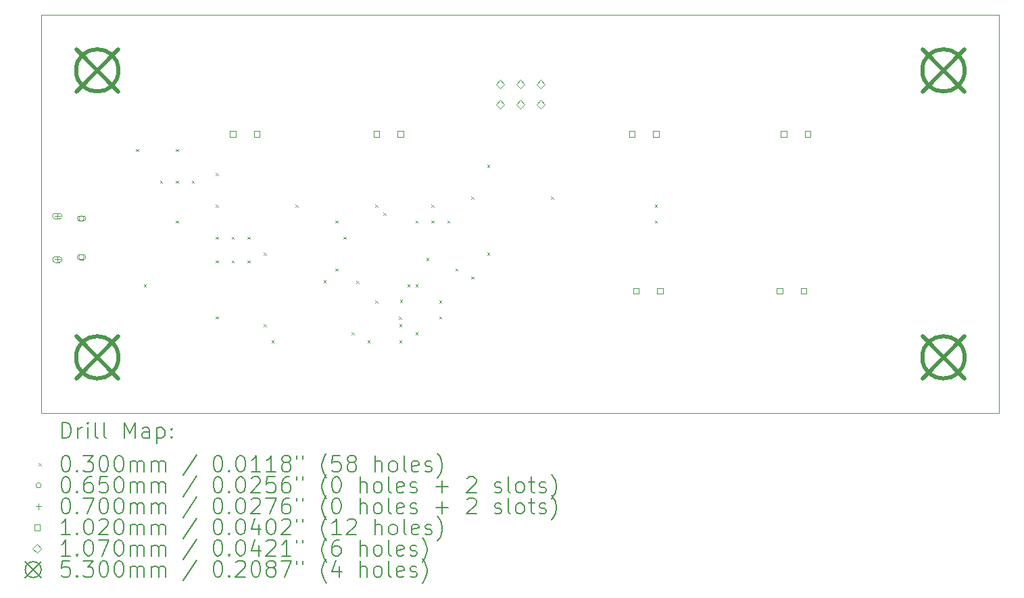
<source format=gbr>
%TF.GenerationSoftware,KiCad,Pcbnew,8.0.4*%
%TF.CreationDate,2024-11-13T20:22:53-08:00*%
%TF.ProjectId,Butterfly_v0,42757474-6572-4666-9c79-5f76302e6b69,rev?*%
%TF.SameCoordinates,Original*%
%TF.FileFunction,Drillmap*%
%TF.FilePolarity,Positive*%
%FSLAX45Y45*%
G04 Gerber Fmt 4.5, Leading zero omitted, Abs format (unit mm)*
G04 Created by KiCad (PCBNEW 8.0.4) date 2024-11-13 20:22:53*
%MOMM*%
%LPD*%
G01*
G04 APERTURE LIST*
%ADD10C,0.050000*%
%ADD11C,0.200000*%
%ADD12C,0.100000*%
%ADD13C,0.102000*%
%ADD14C,0.107000*%
%ADD15C,0.530000*%
G04 APERTURE END LIST*
D10*
X5000000Y-5000000D02*
X17000000Y-5000000D01*
X17000000Y-10000000D01*
X5000000Y-10000000D01*
X5000000Y-5000000D01*
D11*
D12*
X6185000Y-6685000D02*
X6215000Y-6715000D01*
X6215000Y-6685000D02*
X6185000Y-6715000D01*
X6285000Y-8385000D02*
X6315000Y-8415000D01*
X6315000Y-8385000D02*
X6285000Y-8415000D01*
X6485000Y-7085000D02*
X6515000Y-7115000D01*
X6515000Y-7085000D02*
X6485000Y-7115000D01*
X6685000Y-6685000D02*
X6715000Y-6715000D01*
X6715000Y-6685000D02*
X6685000Y-6715000D01*
X6685000Y-7085000D02*
X6715000Y-7115000D01*
X6715000Y-7085000D02*
X6685000Y-7115000D01*
X6685000Y-7585000D02*
X6715000Y-7615000D01*
X6715000Y-7585000D02*
X6685000Y-7615000D01*
X6885000Y-7085000D02*
X6915000Y-7115000D01*
X6915000Y-7085000D02*
X6885000Y-7115000D01*
X7185000Y-6985000D02*
X7215000Y-7015000D01*
X7215000Y-6985000D02*
X7185000Y-7015000D01*
X7185000Y-7385000D02*
X7215000Y-7415000D01*
X7215000Y-7385000D02*
X7185000Y-7415000D01*
X7185000Y-7785000D02*
X7215000Y-7815000D01*
X7215000Y-7785000D02*
X7185000Y-7815000D01*
X7185000Y-8085000D02*
X7215000Y-8115000D01*
X7215000Y-8085000D02*
X7185000Y-8115000D01*
X7185000Y-8785000D02*
X7215000Y-8815000D01*
X7215000Y-8785000D02*
X7185000Y-8815000D01*
X7385000Y-7785000D02*
X7415000Y-7815000D01*
X7415000Y-7785000D02*
X7385000Y-7815000D01*
X7385000Y-8085000D02*
X7415000Y-8115000D01*
X7415000Y-8085000D02*
X7385000Y-8115000D01*
X7585000Y-7785000D02*
X7615000Y-7815000D01*
X7615000Y-7785000D02*
X7585000Y-7815000D01*
X7585000Y-8085000D02*
X7615000Y-8115000D01*
X7615000Y-8085000D02*
X7585000Y-8115000D01*
X7785000Y-7985000D02*
X7815000Y-8015000D01*
X7815000Y-7985000D02*
X7785000Y-8015000D01*
X7785000Y-8885000D02*
X7815000Y-8915000D01*
X7815000Y-8885000D02*
X7785000Y-8915000D01*
X7885000Y-9085000D02*
X7915000Y-9115000D01*
X7915000Y-9085000D02*
X7885000Y-9115000D01*
X7885000Y-9085000D02*
X7915000Y-9115000D01*
X7915000Y-9085000D02*
X7885000Y-9115000D01*
X7885000Y-9085000D02*
X7915000Y-9115000D01*
X7915000Y-9085000D02*
X7885000Y-9115000D01*
X8185000Y-7385000D02*
X8215000Y-7415000D01*
X8215000Y-7385000D02*
X8185000Y-7415000D01*
X8535000Y-8335000D02*
X8565000Y-8365000D01*
X8565000Y-8335000D02*
X8535000Y-8365000D01*
X8685000Y-7585000D02*
X8715000Y-7615000D01*
X8715000Y-7585000D02*
X8685000Y-7615000D01*
X8685000Y-8185000D02*
X8715000Y-8215000D01*
X8715000Y-8185000D02*
X8685000Y-8215000D01*
X8785000Y-7785000D02*
X8815000Y-7815000D01*
X8815000Y-7785000D02*
X8785000Y-7815000D01*
X8885000Y-8985000D02*
X8915000Y-9015000D01*
X8915000Y-8985000D02*
X8885000Y-9015000D01*
X8946741Y-8341743D02*
X8976741Y-8371743D01*
X8976741Y-8341743D02*
X8946741Y-8371743D01*
X9085000Y-9085000D02*
X9115000Y-9115000D01*
X9115000Y-9085000D02*
X9085000Y-9115000D01*
X9185000Y-7385000D02*
X9215000Y-7415000D01*
X9215000Y-7385000D02*
X9185000Y-7415000D01*
X9185000Y-8585000D02*
X9215000Y-8615000D01*
X9215000Y-8585000D02*
X9185000Y-8615000D01*
X9285000Y-7485000D02*
X9315000Y-7515000D01*
X9315000Y-7485000D02*
X9285000Y-7515000D01*
X9478441Y-8791559D02*
X9508441Y-8821559D01*
X9508441Y-8791559D02*
X9478441Y-8821559D01*
X9485000Y-8885000D02*
X9515000Y-8915000D01*
X9515000Y-8885000D02*
X9485000Y-8915000D01*
X9485000Y-9085000D02*
X9515000Y-9115000D01*
X9515000Y-9085000D02*
X9485000Y-9115000D01*
X9492709Y-8577291D02*
X9522709Y-8607291D01*
X9522709Y-8577291D02*
X9492709Y-8607291D01*
X9585000Y-8385000D02*
X9615000Y-8415000D01*
X9615000Y-8385000D02*
X9585000Y-8415000D01*
X9685000Y-7585000D02*
X9715000Y-7615000D01*
X9715000Y-7585000D02*
X9685000Y-7615000D01*
X9685000Y-8385000D02*
X9715000Y-8415000D01*
X9715000Y-8385000D02*
X9685000Y-8415000D01*
X9685000Y-8985000D02*
X9715000Y-9015000D01*
X9715000Y-8985000D02*
X9685000Y-9015000D01*
X9822500Y-8052500D02*
X9852500Y-8082500D01*
X9852500Y-8052500D02*
X9822500Y-8082500D01*
X9885000Y-7385000D02*
X9915000Y-7415000D01*
X9915000Y-7385000D02*
X9885000Y-7415000D01*
X9885000Y-7385000D02*
X9915000Y-7415000D01*
X9915000Y-7385000D02*
X9885000Y-7415000D01*
X9885000Y-7385000D02*
X9915000Y-7415000D01*
X9915000Y-7385000D02*
X9885000Y-7415000D01*
X9885000Y-7585000D02*
X9915000Y-7615000D01*
X9915000Y-7585000D02*
X9885000Y-7615000D01*
X9885000Y-7585000D02*
X9915000Y-7615000D01*
X9915000Y-7585000D02*
X9885000Y-7615000D01*
X9885000Y-7585000D02*
X9915000Y-7615000D01*
X9915000Y-7585000D02*
X9885000Y-7615000D01*
X9985000Y-8585000D02*
X10015000Y-8615000D01*
X10015000Y-8585000D02*
X9985000Y-8615000D01*
X9985000Y-8785000D02*
X10015000Y-8815000D01*
X10015000Y-8785000D02*
X9985000Y-8815000D01*
X10085000Y-7585000D02*
X10115000Y-7615000D01*
X10115000Y-7585000D02*
X10085000Y-7615000D01*
X10185000Y-8185000D02*
X10215000Y-8215000D01*
X10215000Y-8185000D02*
X10185000Y-8215000D01*
X10385000Y-7285000D02*
X10415000Y-7315000D01*
X10415000Y-7285000D02*
X10385000Y-7315000D01*
X10385000Y-8285000D02*
X10415000Y-8315000D01*
X10415000Y-8285000D02*
X10385000Y-8315000D01*
X10585000Y-6885000D02*
X10615000Y-6915000D01*
X10615000Y-6885000D02*
X10585000Y-6915000D01*
X10585000Y-7985000D02*
X10615000Y-8015000D01*
X10615000Y-7985000D02*
X10585000Y-8015000D01*
X11385000Y-7285000D02*
X11415000Y-7315000D01*
X11415000Y-7285000D02*
X11385000Y-7315000D01*
X12685000Y-7385000D02*
X12715000Y-7415000D01*
X12715000Y-7385000D02*
X12685000Y-7415000D01*
X12685000Y-7585000D02*
X12715000Y-7615000D01*
X12715000Y-7585000D02*
X12685000Y-7615000D01*
X5535500Y-7557500D02*
G75*
G02*
X5470500Y-7557500I-32500J0D01*
G01*
X5470500Y-7557500D02*
G75*
G02*
X5535500Y-7557500I32500J0D01*
G01*
X5523000Y-7525000D02*
X5483000Y-7525000D01*
X5483000Y-7590000D02*
G75*
G02*
X5483000Y-7525000I0J32500D01*
G01*
X5483000Y-7590000D02*
X5523000Y-7590000D01*
X5523000Y-7590000D02*
G75*
G03*
X5523000Y-7525000I0J32500D01*
G01*
X5535500Y-8042500D02*
G75*
G02*
X5470500Y-8042500I-32500J0D01*
G01*
X5470500Y-8042500D02*
G75*
G02*
X5535500Y-8042500I32500J0D01*
G01*
X5523000Y-8010000D02*
X5483000Y-8010000D01*
X5483000Y-8075000D02*
G75*
G02*
X5483000Y-8010000I0J32500D01*
G01*
X5483000Y-8075000D02*
X5523000Y-8075000D01*
X5523000Y-8075000D02*
G75*
G03*
X5523000Y-8010000I0J32500D01*
G01*
X5200000Y-7492500D02*
X5200000Y-7562500D01*
X5165000Y-7527500D02*
X5235000Y-7527500D01*
X5225000Y-7492500D02*
X5175000Y-7492500D01*
X5175000Y-7562500D02*
G75*
G02*
X5175000Y-7492500I0J35000D01*
G01*
X5175000Y-7562500D02*
X5225000Y-7562500D01*
X5225000Y-7562500D02*
G75*
G03*
X5225000Y-7492500I0J35000D01*
G01*
X5200000Y-8037500D02*
X5200000Y-8107500D01*
X5165000Y-8072500D02*
X5235000Y-8072500D01*
X5225000Y-8037500D02*
X5175000Y-8037500D01*
X5175000Y-8107500D02*
G75*
G02*
X5175000Y-8037500I0J35000D01*
G01*
X5175000Y-8107500D02*
X5225000Y-8107500D01*
X5225000Y-8107500D02*
G75*
G03*
X5225000Y-8037500I0J35000D01*
G01*
D13*
X7436063Y-6536063D02*
X7436063Y-6463937D01*
X7363937Y-6463937D01*
X7363937Y-6536063D01*
X7436063Y-6536063D01*
X7736063Y-6536063D02*
X7736063Y-6463937D01*
X7663937Y-6463937D01*
X7663937Y-6536063D01*
X7736063Y-6536063D01*
X9236063Y-6536063D02*
X9236063Y-6463937D01*
X9163937Y-6463937D01*
X9163937Y-6536063D01*
X9236063Y-6536063D01*
X9536063Y-6536063D02*
X9536063Y-6463937D01*
X9463937Y-6463937D01*
X9463937Y-6536063D01*
X9536063Y-6536063D01*
X12436063Y-6536063D02*
X12436063Y-6463937D01*
X12363937Y-6463937D01*
X12363937Y-6536063D01*
X12436063Y-6536063D01*
X12486063Y-8504063D02*
X12486063Y-8431937D01*
X12413937Y-8431937D01*
X12413937Y-8504063D01*
X12486063Y-8504063D01*
X12736063Y-6536063D02*
X12736063Y-6463937D01*
X12663937Y-6463937D01*
X12663937Y-6536063D01*
X12736063Y-6536063D01*
X12786063Y-8504063D02*
X12786063Y-8431937D01*
X12713937Y-8431937D01*
X12713937Y-8504063D01*
X12786063Y-8504063D01*
X14286063Y-8504063D02*
X14286063Y-8431937D01*
X14213937Y-8431937D01*
X14213937Y-8504063D01*
X14286063Y-8504063D01*
X14336063Y-6536063D02*
X14336063Y-6463937D01*
X14263937Y-6463937D01*
X14263937Y-6536063D01*
X14336063Y-6536063D01*
X14586063Y-8504063D02*
X14586063Y-8431937D01*
X14513937Y-8431937D01*
X14513937Y-8504063D01*
X14586063Y-8504063D01*
X14636063Y-6536063D02*
X14636063Y-6463937D01*
X14563937Y-6463937D01*
X14563937Y-6536063D01*
X14636063Y-6536063D01*
D14*
X10746000Y-5926500D02*
X10799500Y-5873000D01*
X10746000Y-5819500D01*
X10692500Y-5873000D01*
X10746000Y-5926500D01*
X10746000Y-6180500D02*
X10799500Y-6127000D01*
X10746000Y-6073500D01*
X10692500Y-6127000D01*
X10746000Y-6180500D01*
X11000000Y-5926500D02*
X11053500Y-5873000D01*
X11000000Y-5819500D01*
X10946500Y-5873000D01*
X11000000Y-5926500D01*
X11000000Y-6180500D02*
X11053500Y-6127000D01*
X11000000Y-6073500D01*
X10946500Y-6127000D01*
X11000000Y-6180500D01*
X11254000Y-5926500D02*
X11307500Y-5873000D01*
X11254000Y-5819500D01*
X11200500Y-5873000D01*
X11254000Y-5926500D01*
X11254000Y-6180500D02*
X11307500Y-6127000D01*
X11254000Y-6073500D01*
X11200500Y-6127000D01*
X11254000Y-6180500D01*
D15*
X5435000Y-5435000D02*
X5965000Y-5965000D01*
X5965000Y-5435000D02*
X5435000Y-5965000D01*
X5965000Y-5700000D02*
G75*
G02*
X5435000Y-5700000I-265000J0D01*
G01*
X5435000Y-5700000D02*
G75*
G02*
X5965000Y-5700000I265000J0D01*
G01*
X5435000Y-9035000D02*
X5965000Y-9565000D01*
X5965000Y-9035000D02*
X5435000Y-9565000D01*
X5965000Y-9300000D02*
G75*
G02*
X5435000Y-9300000I-265000J0D01*
G01*
X5435000Y-9300000D02*
G75*
G02*
X5965000Y-9300000I265000J0D01*
G01*
X16035000Y-5435000D02*
X16565000Y-5965000D01*
X16565000Y-5435000D02*
X16035000Y-5965000D01*
X16565000Y-5700000D02*
G75*
G02*
X16035000Y-5700000I-265000J0D01*
G01*
X16035000Y-5700000D02*
G75*
G02*
X16565000Y-5700000I265000J0D01*
G01*
X16035000Y-9035000D02*
X16565000Y-9565000D01*
X16565000Y-9035000D02*
X16035000Y-9565000D01*
X16565000Y-9300000D02*
G75*
G02*
X16035000Y-9300000I-265000J0D01*
G01*
X16035000Y-9300000D02*
G75*
G02*
X16565000Y-9300000I265000J0D01*
G01*
D11*
X5258277Y-10313984D02*
X5258277Y-10113984D01*
X5258277Y-10113984D02*
X5305896Y-10113984D01*
X5305896Y-10113984D02*
X5334467Y-10123508D01*
X5334467Y-10123508D02*
X5353515Y-10142555D01*
X5353515Y-10142555D02*
X5363039Y-10161603D01*
X5363039Y-10161603D02*
X5372563Y-10199698D01*
X5372563Y-10199698D02*
X5372563Y-10228270D01*
X5372563Y-10228270D02*
X5363039Y-10266365D01*
X5363039Y-10266365D02*
X5353515Y-10285412D01*
X5353515Y-10285412D02*
X5334467Y-10304460D01*
X5334467Y-10304460D02*
X5305896Y-10313984D01*
X5305896Y-10313984D02*
X5258277Y-10313984D01*
X5458277Y-10313984D02*
X5458277Y-10180650D01*
X5458277Y-10218746D02*
X5467801Y-10199698D01*
X5467801Y-10199698D02*
X5477324Y-10190174D01*
X5477324Y-10190174D02*
X5496372Y-10180650D01*
X5496372Y-10180650D02*
X5515420Y-10180650D01*
X5582086Y-10313984D02*
X5582086Y-10180650D01*
X5582086Y-10113984D02*
X5572563Y-10123508D01*
X5572563Y-10123508D02*
X5582086Y-10133031D01*
X5582086Y-10133031D02*
X5591610Y-10123508D01*
X5591610Y-10123508D02*
X5582086Y-10113984D01*
X5582086Y-10113984D02*
X5582086Y-10133031D01*
X5705896Y-10313984D02*
X5686848Y-10304460D01*
X5686848Y-10304460D02*
X5677324Y-10285412D01*
X5677324Y-10285412D02*
X5677324Y-10113984D01*
X5810658Y-10313984D02*
X5791610Y-10304460D01*
X5791610Y-10304460D02*
X5782086Y-10285412D01*
X5782086Y-10285412D02*
X5782086Y-10113984D01*
X6039229Y-10313984D02*
X6039229Y-10113984D01*
X6039229Y-10113984D02*
X6105896Y-10256841D01*
X6105896Y-10256841D02*
X6172562Y-10113984D01*
X6172562Y-10113984D02*
X6172562Y-10313984D01*
X6353515Y-10313984D02*
X6353515Y-10209222D01*
X6353515Y-10209222D02*
X6343991Y-10190174D01*
X6343991Y-10190174D02*
X6324943Y-10180650D01*
X6324943Y-10180650D02*
X6286848Y-10180650D01*
X6286848Y-10180650D02*
X6267801Y-10190174D01*
X6353515Y-10304460D02*
X6334467Y-10313984D01*
X6334467Y-10313984D02*
X6286848Y-10313984D01*
X6286848Y-10313984D02*
X6267801Y-10304460D01*
X6267801Y-10304460D02*
X6258277Y-10285412D01*
X6258277Y-10285412D02*
X6258277Y-10266365D01*
X6258277Y-10266365D02*
X6267801Y-10247317D01*
X6267801Y-10247317D02*
X6286848Y-10237793D01*
X6286848Y-10237793D02*
X6334467Y-10237793D01*
X6334467Y-10237793D02*
X6353515Y-10228270D01*
X6448753Y-10180650D02*
X6448753Y-10380650D01*
X6448753Y-10190174D02*
X6467801Y-10180650D01*
X6467801Y-10180650D02*
X6505896Y-10180650D01*
X6505896Y-10180650D02*
X6524943Y-10190174D01*
X6524943Y-10190174D02*
X6534467Y-10199698D01*
X6534467Y-10199698D02*
X6543991Y-10218746D01*
X6543991Y-10218746D02*
X6543991Y-10275889D01*
X6543991Y-10275889D02*
X6534467Y-10294936D01*
X6534467Y-10294936D02*
X6524943Y-10304460D01*
X6524943Y-10304460D02*
X6505896Y-10313984D01*
X6505896Y-10313984D02*
X6467801Y-10313984D01*
X6467801Y-10313984D02*
X6448753Y-10304460D01*
X6629705Y-10294936D02*
X6639229Y-10304460D01*
X6639229Y-10304460D02*
X6629705Y-10313984D01*
X6629705Y-10313984D02*
X6620182Y-10304460D01*
X6620182Y-10304460D02*
X6629705Y-10294936D01*
X6629705Y-10294936D02*
X6629705Y-10313984D01*
X6629705Y-10190174D02*
X6639229Y-10199698D01*
X6639229Y-10199698D02*
X6629705Y-10209222D01*
X6629705Y-10209222D02*
X6620182Y-10199698D01*
X6620182Y-10199698D02*
X6629705Y-10190174D01*
X6629705Y-10190174D02*
X6629705Y-10209222D01*
D12*
X4967500Y-10627500D02*
X4997500Y-10657500D01*
X4997500Y-10627500D02*
X4967500Y-10657500D01*
D11*
X5296372Y-10533984D02*
X5315420Y-10533984D01*
X5315420Y-10533984D02*
X5334467Y-10543508D01*
X5334467Y-10543508D02*
X5343991Y-10553031D01*
X5343991Y-10553031D02*
X5353515Y-10572079D01*
X5353515Y-10572079D02*
X5363039Y-10610174D01*
X5363039Y-10610174D02*
X5363039Y-10657793D01*
X5363039Y-10657793D02*
X5353515Y-10695889D01*
X5353515Y-10695889D02*
X5343991Y-10714936D01*
X5343991Y-10714936D02*
X5334467Y-10724460D01*
X5334467Y-10724460D02*
X5315420Y-10733984D01*
X5315420Y-10733984D02*
X5296372Y-10733984D01*
X5296372Y-10733984D02*
X5277324Y-10724460D01*
X5277324Y-10724460D02*
X5267801Y-10714936D01*
X5267801Y-10714936D02*
X5258277Y-10695889D01*
X5258277Y-10695889D02*
X5248753Y-10657793D01*
X5248753Y-10657793D02*
X5248753Y-10610174D01*
X5248753Y-10610174D02*
X5258277Y-10572079D01*
X5258277Y-10572079D02*
X5267801Y-10553031D01*
X5267801Y-10553031D02*
X5277324Y-10543508D01*
X5277324Y-10543508D02*
X5296372Y-10533984D01*
X5448753Y-10714936D02*
X5458277Y-10724460D01*
X5458277Y-10724460D02*
X5448753Y-10733984D01*
X5448753Y-10733984D02*
X5439229Y-10724460D01*
X5439229Y-10724460D02*
X5448753Y-10714936D01*
X5448753Y-10714936D02*
X5448753Y-10733984D01*
X5524944Y-10533984D02*
X5648753Y-10533984D01*
X5648753Y-10533984D02*
X5582086Y-10610174D01*
X5582086Y-10610174D02*
X5610658Y-10610174D01*
X5610658Y-10610174D02*
X5629705Y-10619698D01*
X5629705Y-10619698D02*
X5639229Y-10629222D01*
X5639229Y-10629222D02*
X5648753Y-10648270D01*
X5648753Y-10648270D02*
X5648753Y-10695889D01*
X5648753Y-10695889D02*
X5639229Y-10714936D01*
X5639229Y-10714936D02*
X5629705Y-10724460D01*
X5629705Y-10724460D02*
X5610658Y-10733984D01*
X5610658Y-10733984D02*
X5553515Y-10733984D01*
X5553515Y-10733984D02*
X5534467Y-10724460D01*
X5534467Y-10724460D02*
X5524944Y-10714936D01*
X5772562Y-10533984D02*
X5791610Y-10533984D01*
X5791610Y-10533984D02*
X5810658Y-10543508D01*
X5810658Y-10543508D02*
X5820182Y-10553031D01*
X5820182Y-10553031D02*
X5829705Y-10572079D01*
X5829705Y-10572079D02*
X5839229Y-10610174D01*
X5839229Y-10610174D02*
X5839229Y-10657793D01*
X5839229Y-10657793D02*
X5829705Y-10695889D01*
X5829705Y-10695889D02*
X5820182Y-10714936D01*
X5820182Y-10714936D02*
X5810658Y-10724460D01*
X5810658Y-10724460D02*
X5791610Y-10733984D01*
X5791610Y-10733984D02*
X5772562Y-10733984D01*
X5772562Y-10733984D02*
X5753515Y-10724460D01*
X5753515Y-10724460D02*
X5743991Y-10714936D01*
X5743991Y-10714936D02*
X5734467Y-10695889D01*
X5734467Y-10695889D02*
X5724943Y-10657793D01*
X5724943Y-10657793D02*
X5724943Y-10610174D01*
X5724943Y-10610174D02*
X5734467Y-10572079D01*
X5734467Y-10572079D02*
X5743991Y-10553031D01*
X5743991Y-10553031D02*
X5753515Y-10543508D01*
X5753515Y-10543508D02*
X5772562Y-10533984D01*
X5963039Y-10533984D02*
X5982086Y-10533984D01*
X5982086Y-10533984D02*
X6001134Y-10543508D01*
X6001134Y-10543508D02*
X6010658Y-10553031D01*
X6010658Y-10553031D02*
X6020182Y-10572079D01*
X6020182Y-10572079D02*
X6029705Y-10610174D01*
X6029705Y-10610174D02*
X6029705Y-10657793D01*
X6029705Y-10657793D02*
X6020182Y-10695889D01*
X6020182Y-10695889D02*
X6010658Y-10714936D01*
X6010658Y-10714936D02*
X6001134Y-10724460D01*
X6001134Y-10724460D02*
X5982086Y-10733984D01*
X5982086Y-10733984D02*
X5963039Y-10733984D01*
X5963039Y-10733984D02*
X5943991Y-10724460D01*
X5943991Y-10724460D02*
X5934467Y-10714936D01*
X5934467Y-10714936D02*
X5924943Y-10695889D01*
X5924943Y-10695889D02*
X5915420Y-10657793D01*
X5915420Y-10657793D02*
X5915420Y-10610174D01*
X5915420Y-10610174D02*
X5924943Y-10572079D01*
X5924943Y-10572079D02*
X5934467Y-10553031D01*
X5934467Y-10553031D02*
X5943991Y-10543508D01*
X5943991Y-10543508D02*
X5963039Y-10533984D01*
X6115420Y-10733984D02*
X6115420Y-10600650D01*
X6115420Y-10619698D02*
X6124943Y-10610174D01*
X6124943Y-10610174D02*
X6143991Y-10600650D01*
X6143991Y-10600650D02*
X6172563Y-10600650D01*
X6172563Y-10600650D02*
X6191610Y-10610174D01*
X6191610Y-10610174D02*
X6201134Y-10629222D01*
X6201134Y-10629222D02*
X6201134Y-10733984D01*
X6201134Y-10629222D02*
X6210658Y-10610174D01*
X6210658Y-10610174D02*
X6229705Y-10600650D01*
X6229705Y-10600650D02*
X6258277Y-10600650D01*
X6258277Y-10600650D02*
X6277324Y-10610174D01*
X6277324Y-10610174D02*
X6286848Y-10629222D01*
X6286848Y-10629222D02*
X6286848Y-10733984D01*
X6382086Y-10733984D02*
X6382086Y-10600650D01*
X6382086Y-10619698D02*
X6391610Y-10610174D01*
X6391610Y-10610174D02*
X6410658Y-10600650D01*
X6410658Y-10600650D02*
X6439229Y-10600650D01*
X6439229Y-10600650D02*
X6458277Y-10610174D01*
X6458277Y-10610174D02*
X6467801Y-10629222D01*
X6467801Y-10629222D02*
X6467801Y-10733984D01*
X6467801Y-10629222D02*
X6477324Y-10610174D01*
X6477324Y-10610174D02*
X6496372Y-10600650D01*
X6496372Y-10600650D02*
X6524943Y-10600650D01*
X6524943Y-10600650D02*
X6543991Y-10610174D01*
X6543991Y-10610174D02*
X6553515Y-10629222D01*
X6553515Y-10629222D02*
X6553515Y-10733984D01*
X6943991Y-10524460D02*
X6772563Y-10781603D01*
X7201134Y-10533984D02*
X7220182Y-10533984D01*
X7220182Y-10533984D02*
X7239229Y-10543508D01*
X7239229Y-10543508D02*
X7248753Y-10553031D01*
X7248753Y-10553031D02*
X7258277Y-10572079D01*
X7258277Y-10572079D02*
X7267801Y-10610174D01*
X7267801Y-10610174D02*
X7267801Y-10657793D01*
X7267801Y-10657793D02*
X7258277Y-10695889D01*
X7258277Y-10695889D02*
X7248753Y-10714936D01*
X7248753Y-10714936D02*
X7239229Y-10724460D01*
X7239229Y-10724460D02*
X7220182Y-10733984D01*
X7220182Y-10733984D02*
X7201134Y-10733984D01*
X7201134Y-10733984D02*
X7182086Y-10724460D01*
X7182086Y-10724460D02*
X7172563Y-10714936D01*
X7172563Y-10714936D02*
X7163039Y-10695889D01*
X7163039Y-10695889D02*
X7153515Y-10657793D01*
X7153515Y-10657793D02*
X7153515Y-10610174D01*
X7153515Y-10610174D02*
X7163039Y-10572079D01*
X7163039Y-10572079D02*
X7172563Y-10553031D01*
X7172563Y-10553031D02*
X7182086Y-10543508D01*
X7182086Y-10543508D02*
X7201134Y-10533984D01*
X7353515Y-10714936D02*
X7363039Y-10724460D01*
X7363039Y-10724460D02*
X7353515Y-10733984D01*
X7353515Y-10733984D02*
X7343991Y-10724460D01*
X7343991Y-10724460D02*
X7353515Y-10714936D01*
X7353515Y-10714936D02*
X7353515Y-10733984D01*
X7486848Y-10533984D02*
X7505896Y-10533984D01*
X7505896Y-10533984D02*
X7524944Y-10543508D01*
X7524944Y-10543508D02*
X7534467Y-10553031D01*
X7534467Y-10553031D02*
X7543991Y-10572079D01*
X7543991Y-10572079D02*
X7553515Y-10610174D01*
X7553515Y-10610174D02*
X7553515Y-10657793D01*
X7553515Y-10657793D02*
X7543991Y-10695889D01*
X7543991Y-10695889D02*
X7534467Y-10714936D01*
X7534467Y-10714936D02*
X7524944Y-10724460D01*
X7524944Y-10724460D02*
X7505896Y-10733984D01*
X7505896Y-10733984D02*
X7486848Y-10733984D01*
X7486848Y-10733984D02*
X7467801Y-10724460D01*
X7467801Y-10724460D02*
X7458277Y-10714936D01*
X7458277Y-10714936D02*
X7448753Y-10695889D01*
X7448753Y-10695889D02*
X7439229Y-10657793D01*
X7439229Y-10657793D02*
X7439229Y-10610174D01*
X7439229Y-10610174D02*
X7448753Y-10572079D01*
X7448753Y-10572079D02*
X7458277Y-10553031D01*
X7458277Y-10553031D02*
X7467801Y-10543508D01*
X7467801Y-10543508D02*
X7486848Y-10533984D01*
X7743991Y-10733984D02*
X7629706Y-10733984D01*
X7686848Y-10733984D02*
X7686848Y-10533984D01*
X7686848Y-10533984D02*
X7667801Y-10562555D01*
X7667801Y-10562555D02*
X7648753Y-10581603D01*
X7648753Y-10581603D02*
X7629706Y-10591127D01*
X7934467Y-10733984D02*
X7820182Y-10733984D01*
X7877325Y-10733984D02*
X7877325Y-10533984D01*
X7877325Y-10533984D02*
X7858277Y-10562555D01*
X7858277Y-10562555D02*
X7839229Y-10581603D01*
X7839229Y-10581603D02*
X7820182Y-10591127D01*
X8048753Y-10619698D02*
X8029706Y-10610174D01*
X8029706Y-10610174D02*
X8020182Y-10600650D01*
X8020182Y-10600650D02*
X8010658Y-10581603D01*
X8010658Y-10581603D02*
X8010658Y-10572079D01*
X8010658Y-10572079D02*
X8020182Y-10553031D01*
X8020182Y-10553031D02*
X8029706Y-10543508D01*
X8029706Y-10543508D02*
X8048753Y-10533984D01*
X8048753Y-10533984D02*
X8086848Y-10533984D01*
X8086848Y-10533984D02*
X8105896Y-10543508D01*
X8105896Y-10543508D02*
X8115420Y-10553031D01*
X8115420Y-10553031D02*
X8124944Y-10572079D01*
X8124944Y-10572079D02*
X8124944Y-10581603D01*
X8124944Y-10581603D02*
X8115420Y-10600650D01*
X8115420Y-10600650D02*
X8105896Y-10610174D01*
X8105896Y-10610174D02*
X8086848Y-10619698D01*
X8086848Y-10619698D02*
X8048753Y-10619698D01*
X8048753Y-10619698D02*
X8029706Y-10629222D01*
X8029706Y-10629222D02*
X8020182Y-10638746D01*
X8020182Y-10638746D02*
X8010658Y-10657793D01*
X8010658Y-10657793D02*
X8010658Y-10695889D01*
X8010658Y-10695889D02*
X8020182Y-10714936D01*
X8020182Y-10714936D02*
X8029706Y-10724460D01*
X8029706Y-10724460D02*
X8048753Y-10733984D01*
X8048753Y-10733984D02*
X8086848Y-10733984D01*
X8086848Y-10733984D02*
X8105896Y-10724460D01*
X8105896Y-10724460D02*
X8115420Y-10714936D01*
X8115420Y-10714936D02*
X8124944Y-10695889D01*
X8124944Y-10695889D02*
X8124944Y-10657793D01*
X8124944Y-10657793D02*
X8115420Y-10638746D01*
X8115420Y-10638746D02*
X8105896Y-10629222D01*
X8105896Y-10629222D02*
X8086848Y-10619698D01*
X8201134Y-10533984D02*
X8201134Y-10572079D01*
X8277325Y-10533984D02*
X8277325Y-10572079D01*
X8572563Y-10810174D02*
X8563039Y-10800650D01*
X8563039Y-10800650D02*
X8543991Y-10772079D01*
X8543991Y-10772079D02*
X8534468Y-10753031D01*
X8534468Y-10753031D02*
X8524944Y-10724460D01*
X8524944Y-10724460D02*
X8515420Y-10676841D01*
X8515420Y-10676841D02*
X8515420Y-10638746D01*
X8515420Y-10638746D02*
X8524944Y-10591127D01*
X8524944Y-10591127D02*
X8534468Y-10562555D01*
X8534468Y-10562555D02*
X8543991Y-10543508D01*
X8543991Y-10543508D02*
X8563039Y-10514936D01*
X8563039Y-10514936D02*
X8572563Y-10505412D01*
X8743991Y-10533984D02*
X8648753Y-10533984D01*
X8648753Y-10533984D02*
X8639230Y-10629222D01*
X8639230Y-10629222D02*
X8648753Y-10619698D01*
X8648753Y-10619698D02*
X8667801Y-10610174D01*
X8667801Y-10610174D02*
X8715420Y-10610174D01*
X8715420Y-10610174D02*
X8734468Y-10619698D01*
X8734468Y-10619698D02*
X8743991Y-10629222D01*
X8743991Y-10629222D02*
X8753515Y-10648270D01*
X8753515Y-10648270D02*
X8753515Y-10695889D01*
X8753515Y-10695889D02*
X8743991Y-10714936D01*
X8743991Y-10714936D02*
X8734468Y-10724460D01*
X8734468Y-10724460D02*
X8715420Y-10733984D01*
X8715420Y-10733984D02*
X8667801Y-10733984D01*
X8667801Y-10733984D02*
X8648753Y-10724460D01*
X8648753Y-10724460D02*
X8639230Y-10714936D01*
X8867801Y-10619698D02*
X8848753Y-10610174D01*
X8848753Y-10610174D02*
X8839230Y-10600650D01*
X8839230Y-10600650D02*
X8829706Y-10581603D01*
X8829706Y-10581603D02*
X8829706Y-10572079D01*
X8829706Y-10572079D02*
X8839230Y-10553031D01*
X8839230Y-10553031D02*
X8848753Y-10543508D01*
X8848753Y-10543508D02*
X8867801Y-10533984D01*
X8867801Y-10533984D02*
X8905896Y-10533984D01*
X8905896Y-10533984D02*
X8924944Y-10543508D01*
X8924944Y-10543508D02*
X8934468Y-10553031D01*
X8934468Y-10553031D02*
X8943991Y-10572079D01*
X8943991Y-10572079D02*
X8943991Y-10581603D01*
X8943991Y-10581603D02*
X8934468Y-10600650D01*
X8934468Y-10600650D02*
X8924944Y-10610174D01*
X8924944Y-10610174D02*
X8905896Y-10619698D01*
X8905896Y-10619698D02*
X8867801Y-10619698D01*
X8867801Y-10619698D02*
X8848753Y-10629222D01*
X8848753Y-10629222D02*
X8839230Y-10638746D01*
X8839230Y-10638746D02*
X8829706Y-10657793D01*
X8829706Y-10657793D02*
X8829706Y-10695889D01*
X8829706Y-10695889D02*
X8839230Y-10714936D01*
X8839230Y-10714936D02*
X8848753Y-10724460D01*
X8848753Y-10724460D02*
X8867801Y-10733984D01*
X8867801Y-10733984D02*
X8905896Y-10733984D01*
X8905896Y-10733984D02*
X8924944Y-10724460D01*
X8924944Y-10724460D02*
X8934468Y-10714936D01*
X8934468Y-10714936D02*
X8943991Y-10695889D01*
X8943991Y-10695889D02*
X8943991Y-10657793D01*
X8943991Y-10657793D02*
X8934468Y-10638746D01*
X8934468Y-10638746D02*
X8924944Y-10629222D01*
X8924944Y-10629222D02*
X8905896Y-10619698D01*
X9182087Y-10733984D02*
X9182087Y-10533984D01*
X9267801Y-10733984D02*
X9267801Y-10629222D01*
X9267801Y-10629222D02*
X9258277Y-10610174D01*
X9258277Y-10610174D02*
X9239230Y-10600650D01*
X9239230Y-10600650D02*
X9210658Y-10600650D01*
X9210658Y-10600650D02*
X9191611Y-10610174D01*
X9191611Y-10610174D02*
X9182087Y-10619698D01*
X9391611Y-10733984D02*
X9372563Y-10724460D01*
X9372563Y-10724460D02*
X9363039Y-10714936D01*
X9363039Y-10714936D02*
X9353515Y-10695889D01*
X9353515Y-10695889D02*
X9353515Y-10638746D01*
X9353515Y-10638746D02*
X9363039Y-10619698D01*
X9363039Y-10619698D02*
X9372563Y-10610174D01*
X9372563Y-10610174D02*
X9391611Y-10600650D01*
X9391611Y-10600650D02*
X9420182Y-10600650D01*
X9420182Y-10600650D02*
X9439230Y-10610174D01*
X9439230Y-10610174D02*
X9448753Y-10619698D01*
X9448753Y-10619698D02*
X9458277Y-10638746D01*
X9458277Y-10638746D02*
X9458277Y-10695889D01*
X9458277Y-10695889D02*
X9448753Y-10714936D01*
X9448753Y-10714936D02*
X9439230Y-10724460D01*
X9439230Y-10724460D02*
X9420182Y-10733984D01*
X9420182Y-10733984D02*
X9391611Y-10733984D01*
X9572563Y-10733984D02*
X9553515Y-10724460D01*
X9553515Y-10724460D02*
X9543992Y-10705412D01*
X9543992Y-10705412D02*
X9543992Y-10533984D01*
X9724944Y-10724460D02*
X9705896Y-10733984D01*
X9705896Y-10733984D02*
X9667801Y-10733984D01*
X9667801Y-10733984D02*
X9648753Y-10724460D01*
X9648753Y-10724460D02*
X9639230Y-10705412D01*
X9639230Y-10705412D02*
X9639230Y-10629222D01*
X9639230Y-10629222D02*
X9648753Y-10610174D01*
X9648753Y-10610174D02*
X9667801Y-10600650D01*
X9667801Y-10600650D02*
X9705896Y-10600650D01*
X9705896Y-10600650D02*
X9724944Y-10610174D01*
X9724944Y-10610174D02*
X9734468Y-10629222D01*
X9734468Y-10629222D02*
X9734468Y-10648270D01*
X9734468Y-10648270D02*
X9639230Y-10667317D01*
X9810658Y-10724460D02*
X9829706Y-10733984D01*
X9829706Y-10733984D02*
X9867801Y-10733984D01*
X9867801Y-10733984D02*
X9886849Y-10724460D01*
X9886849Y-10724460D02*
X9896373Y-10705412D01*
X9896373Y-10705412D02*
X9896373Y-10695889D01*
X9896373Y-10695889D02*
X9886849Y-10676841D01*
X9886849Y-10676841D02*
X9867801Y-10667317D01*
X9867801Y-10667317D02*
X9839230Y-10667317D01*
X9839230Y-10667317D02*
X9820182Y-10657793D01*
X9820182Y-10657793D02*
X9810658Y-10638746D01*
X9810658Y-10638746D02*
X9810658Y-10629222D01*
X9810658Y-10629222D02*
X9820182Y-10610174D01*
X9820182Y-10610174D02*
X9839230Y-10600650D01*
X9839230Y-10600650D02*
X9867801Y-10600650D01*
X9867801Y-10600650D02*
X9886849Y-10610174D01*
X9963039Y-10810174D02*
X9972563Y-10800650D01*
X9972563Y-10800650D02*
X9991611Y-10772079D01*
X9991611Y-10772079D02*
X10001134Y-10753031D01*
X10001134Y-10753031D02*
X10010658Y-10724460D01*
X10010658Y-10724460D02*
X10020182Y-10676841D01*
X10020182Y-10676841D02*
X10020182Y-10638746D01*
X10020182Y-10638746D02*
X10010658Y-10591127D01*
X10010658Y-10591127D02*
X10001134Y-10562555D01*
X10001134Y-10562555D02*
X9991611Y-10543508D01*
X9991611Y-10543508D02*
X9972563Y-10514936D01*
X9972563Y-10514936D02*
X9963039Y-10505412D01*
D12*
X4997500Y-10906500D02*
G75*
G02*
X4932500Y-10906500I-32500J0D01*
G01*
X4932500Y-10906500D02*
G75*
G02*
X4997500Y-10906500I32500J0D01*
G01*
D11*
X5296372Y-10797984D02*
X5315420Y-10797984D01*
X5315420Y-10797984D02*
X5334467Y-10807508D01*
X5334467Y-10807508D02*
X5343991Y-10817031D01*
X5343991Y-10817031D02*
X5353515Y-10836079D01*
X5353515Y-10836079D02*
X5363039Y-10874174D01*
X5363039Y-10874174D02*
X5363039Y-10921793D01*
X5363039Y-10921793D02*
X5353515Y-10959889D01*
X5353515Y-10959889D02*
X5343991Y-10978936D01*
X5343991Y-10978936D02*
X5334467Y-10988460D01*
X5334467Y-10988460D02*
X5315420Y-10997984D01*
X5315420Y-10997984D02*
X5296372Y-10997984D01*
X5296372Y-10997984D02*
X5277324Y-10988460D01*
X5277324Y-10988460D02*
X5267801Y-10978936D01*
X5267801Y-10978936D02*
X5258277Y-10959889D01*
X5258277Y-10959889D02*
X5248753Y-10921793D01*
X5248753Y-10921793D02*
X5248753Y-10874174D01*
X5248753Y-10874174D02*
X5258277Y-10836079D01*
X5258277Y-10836079D02*
X5267801Y-10817031D01*
X5267801Y-10817031D02*
X5277324Y-10807508D01*
X5277324Y-10807508D02*
X5296372Y-10797984D01*
X5448753Y-10978936D02*
X5458277Y-10988460D01*
X5458277Y-10988460D02*
X5448753Y-10997984D01*
X5448753Y-10997984D02*
X5439229Y-10988460D01*
X5439229Y-10988460D02*
X5448753Y-10978936D01*
X5448753Y-10978936D02*
X5448753Y-10997984D01*
X5629705Y-10797984D02*
X5591610Y-10797984D01*
X5591610Y-10797984D02*
X5572563Y-10807508D01*
X5572563Y-10807508D02*
X5563039Y-10817031D01*
X5563039Y-10817031D02*
X5543991Y-10845603D01*
X5543991Y-10845603D02*
X5534467Y-10883698D01*
X5534467Y-10883698D02*
X5534467Y-10959889D01*
X5534467Y-10959889D02*
X5543991Y-10978936D01*
X5543991Y-10978936D02*
X5553515Y-10988460D01*
X5553515Y-10988460D02*
X5572563Y-10997984D01*
X5572563Y-10997984D02*
X5610658Y-10997984D01*
X5610658Y-10997984D02*
X5629705Y-10988460D01*
X5629705Y-10988460D02*
X5639229Y-10978936D01*
X5639229Y-10978936D02*
X5648753Y-10959889D01*
X5648753Y-10959889D02*
X5648753Y-10912270D01*
X5648753Y-10912270D02*
X5639229Y-10893222D01*
X5639229Y-10893222D02*
X5629705Y-10883698D01*
X5629705Y-10883698D02*
X5610658Y-10874174D01*
X5610658Y-10874174D02*
X5572563Y-10874174D01*
X5572563Y-10874174D02*
X5553515Y-10883698D01*
X5553515Y-10883698D02*
X5543991Y-10893222D01*
X5543991Y-10893222D02*
X5534467Y-10912270D01*
X5829705Y-10797984D02*
X5734467Y-10797984D01*
X5734467Y-10797984D02*
X5724943Y-10893222D01*
X5724943Y-10893222D02*
X5734467Y-10883698D01*
X5734467Y-10883698D02*
X5753515Y-10874174D01*
X5753515Y-10874174D02*
X5801134Y-10874174D01*
X5801134Y-10874174D02*
X5820182Y-10883698D01*
X5820182Y-10883698D02*
X5829705Y-10893222D01*
X5829705Y-10893222D02*
X5839229Y-10912270D01*
X5839229Y-10912270D02*
X5839229Y-10959889D01*
X5839229Y-10959889D02*
X5829705Y-10978936D01*
X5829705Y-10978936D02*
X5820182Y-10988460D01*
X5820182Y-10988460D02*
X5801134Y-10997984D01*
X5801134Y-10997984D02*
X5753515Y-10997984D01*
X5753515Y-10997984D02*
X5734467Y-10988460D01*
X5734467Y-10988460D02*
X5724943Y-10978936D01*
X5963039Y-10797984D02*
X5982086Y-10797984D01*
X5982086Y-10797984D02*
X6001134Y-10807508D01*
X6001134Y-10807508D02*
X6010658Y-10817031D01*
X6010658Y-10817031D02*
X6020182Y-10836079D01*
X6020182Y-10836079D02*
X6029705Y-10874174D01*
X6029705Y-10874174D02*
X6029705Y-10921793D01*
X6029705Y-10921793D02*
X6020182Y-10959889D01*
X6020182Y-10959889D02*
X6010658Y-10978936D01*
X6010658Y-10978936D02*
X6001134Y-10988460D01*
X6001134Y-10988460D02*
X5982086Y-10997984D01*
X5982086Y-10997984D02*
X5963039Y-10997984D01*
X5963039Y-10997984D02*
X5943991Y-10988460D01*
X5943991Y-10988460D02*
X5934467Y-10978936D01*
X5934467Y-10978936D02*
X5924943Y-10959889D01*
X5924943Y-10959889D02*
X5915420Y-10921793D01*
X5915420Y-10921793D02*
X5915420Y-10874174D01*
X5915420Y-10874174D02*
X5924943Y-10836079D01*
X5924943Y-10836079D02*
X5934467Y-10817031D01*
X5934467Y-10817031D02*
X5943991Y-10807508D01*
X5943991Y-10807508D02*
X5963039Y-10797984D01*
X6115420Y-10997984D02*
X6115420Y-10864650D01*
X6115420Y-10883698D02*
X6124943Y-10874174D01*
X6124943Y-10874174D02*
X6143991Y-10864650D01*
X6143991Y-10864650D02*
X6172563Y-10864650D01*
X6172563Y-10864650D02*
X6191610Y-10874174D01*
X6191610Y-10874174D02*
X6201134Y-10893222D01*
X6201134Y-10893222D02*
X6201134Y-10997984D01*
X6201134Y-10893222D02*
X6210658Y-10874174D01*
X6210658Y-10874174D02*
X6229705Y-10864650D01*
X6229705Y-10864650D02*
X6258277Y-10864650D01*
X6258277Y-10864650D02*
X6277324Y-10874174D01*
X6277324Y-10874174D02*
X6286848Y-10893222D01*
X6286848Y-10893222D02*
X6286848Y-10997984D01*
X6382086Y-10997984D02*
X6382086Y-10864650D01*
X6382086Y-10883698D02*
X6391610Y-10874174D01*
X6391610Y-10874174D02*
X6410658Y-10864650D01*
X6410658Y-10864650D02*
X6439229Y-10864650D01*
X6439229Y-10864650D02*
X6458277Y-10874174D01*
X6458277Y-10874174D02*
X6467801Y-10893222D01*
X6467801Y-10893222D02*
X6467801Y-10997984D01*
X6467801Y-10893222D02*
X6477324Y-10874174D01*
X6477324Y-10874174D02*
X6496372Y-10864650D01*
X6496372Y-10864650D02*
X6524943Y-10864650D01*
X6524943Y-10864650D02*
X6543991Y-10874174D01*
X6543991Y-10874174D02*
X6553515Y-10893222D01*
X6553515Y-10893222D02*
X6553515Y-10997984D01*
X6943991Y-10788460D02*
X6772563Y-11045603D01*
X7201134Y-10797984D02*
X7220182Y-10797984D01*
X7220182Y-10797984D02*
X7239229Y-10807508D01*
X7239229Y-10807508D02*
X7248753Y-10817031D01*
X7248753Y-10817031D02*
X7258277Y-10836079D01*
X7258277Y-10836079D02*
X7267801Y-10874174D01*
X7267801Y-10874174D02*
X7267801Y-10921793D01*
X7267801Y-10921793D02*
X7258277Y-10959889D01*
X7258277Y-10959889D02*
X7248753Y-10978936D01*
X7248753Y-10978936D02*
X7239229Y-10988460D01*
X7239229Y-10988460D02*
X7220182Y-10997984D01*
X7220182Y-10997984D02*
X7201134Y-10997984D01*
X7201134Y-10997984D02*
X7182086Y-10988460D01*
X7182086Y-10988460D02*
X7172563Y-10978936D01*
X7172563Y-10978936D02*
X7163039Y-10959889D01*
X7163039Y-10959889D02*
X7153515Y-10921793D01*
X7153515Y-10921793D02*
X7153515Y-10874174D01*
X7153515Y-10874174D02*
X7163039Y-10836079D01*
X7163039Y-10836079D02*
X7172563Y-10817031D01*
X7172563Y-10817031D02*
X7182086Y-10807508D01*
X7182086Y-10807508D02*
X7201134Y-10797984D01*
X7353515Y-10978936D02*
X7363039Y-10988460D01*
X7363039Y-10988460D02*
X7353515Y-10997984D01*
X7353515Y-10997984D02*
X7343991Y-10988460D01*
X7343991Y-10988460D02*
X7353515Y-10978936D01*
X7353515Y-10978936D02*
X7353515Y-10997984D01*
X7486848Y-10797984D02*
X7505896Y-10797984D01*
X7505896Y-10797984D02*
X7524944Y-10807508D01*
X7524944Y-10807508D02*
X7534467Y-10817031D01*
X7534467Y-10817031D02*
X7543991Y-10836079D01*
X7543991Y-10836079D02*
X7553515Y-10874174D01*
X7553515Y-10874174D02*
X7553515Y-10921793D01*
X7553515Y-10921793D02*
X7543991Y-10959889D01*
X7543991Y-10959889D02*
X7534467Y-10978936D01*
X7534467Y-10978936D02*
X7524944Y-10988460D01*
X7524944Y-10988460D02*
X7505896Y-10997984D01*
X7505896Y-10997984D02*
X7486848Y-10997984D01*
X7486848Y-10997984D02*
X7467801Y-10988460D01*
X7467801Y-10988460D02*
X7458277Y-10978936D01*
X7458277Y-10978936D02*
X7448753Y-10959889D01*
X7448753Y-10959889D02*
X7439229Y-10921793D01*
X7439229Y-10921793D02*
X7439229Y-10874174D01*
X7439229Y-10874174D02*
X7448753Y-10836079D01*
X7448753Y-10836079D02*
X7458277Y-10817031D01*
X7458277Y-10817031D02*
X7467801Y-10807508D01*
X7467801Y-10807508D02*
X7486848Y-10797984D01*
X7629706Y-10817031D02*
X7639229Y-10807508D01*
X7639229Y-10807508D02*
X7658277Y-10797984D01*
X7658277Y-10797984D02*
X7705896Y-10797984D01*
X7705896Y-10797984D02*
X7724944Y-10807508D01*
X7724944Y-10807508D02*
X7734467Y-10817031D01*
X7734467Y-10817031D02*
X7743991Y-10836079D01*
X7743991Y-10836079D02*
X7743991Y-10855127D01*
X7743991Y-10855127D02*
X7734467Y-10883698D01*
X7734467Y-10883698D02*
X7620182Y-10997984D01*
X7620182Y-10997984D02*
X7743991Y-10997984D01*
X7924944Y-10797984D02*
X7829706Y-10797984D01*
X7829706Y-10797984D02*
X7820182Y-10893222D01*
X7820182Y-10893222D02*
X7829706Y-10883698D01*
X7829706Y-10883698D02*
X7848753Y-10874174D01*
X7848753Y-10874174D02*
X7896372Y-10874174D01*
X7896372Y-10874174D02*
X7915420Y-10883698D01*
X7915420Y-10883698D02*
X7924944Y-10893222D01*
X7924944Y-10893222D02*
X7934467Y-10912270D01*
X7934467Y-10912270D02*
X7934467Y-10959889D01*
X7934467Y-10959889D02*
X7924944Y-10978936D01*
X7924944Y-10978936D02*
X7915420Y-10988460D01*
X7915420Y-10988460D02*
X7896372Y-10997984D01*
X7896372Y-10997984D02*
X7848753Y-10997984D01*
X7848753Y-10997984D02*
X7829706Y-10988460D01*
X7829706Y-10988460D02*
X7820182Y-10978936D01*
X8105896Y-10797984D02*
X8067801Y-10797984D01*
X8067801Y-10797984D02*
X8048753Y-10807508D01*
X8048753Y-10807508D02*
X8039229Y-10817031D01*
X8039229Y-10817031D02*
X8020182Y-10845603D01*
X8020182Y-10845603D02*
X8010658Y-10883698D01*
X8010658Y-10883698D02*
X8010658Y-10959889D01*
X8010658Y-10959889D02*
X8020182Y-10978936D01*
X8020182Y-10978936D02*
X8029706Y-10988460D01*
X8029706Y-10988460D02*
X8048753Y-10997984D01*
X8048753Y-10997984D02*
X8086848Y-10997984D01*
X8086848Y-10997984D02*
X8105896Y-10988460D01*
X8105896Y-10988460D02*
X8115420Y-10978936D01*
X8115420Y-10978936D02*
X8124944Y-10959889D01*
X8124944Y-10959889D02*
X8124944Y-10912270D01*
X8124944Y-10912270D02*
X8115420Y-10893222D01*
X8115420Y-10893222D02*
X8105896Y-10883698D01*
X8105896Y-10883698D02*
X8086848Y-10874174D01*
X8086848Y-10874174D02*
X8048753Y-10874174D01*
X8048753Y-10874174D02*
X8029706Y-10883698D01*
X8029706Y-10883698D02*
X8020182Y-10893222D01*
X8020182Y-10893222D02*
X8010658Y-10912270D01*
X8201134Y-10797984D02*
X8201134Y-10836079D01*
X8277325Y-10797984D02*
X8277325Y-10836079D01*
X8572563Y-11074174D02*
X8563039Y-11064650D01*
X8563039Y-11064650D02*
X8543991Y-11036079D01*
X8543991Y-11036079D02*
X8534468Y-11017031D01*
X8534468Y-11017031D02*
X8524944Y-10988460D01*
X8524944Y-10988460D02*
X8515420Y-10940841D01*
X8515420Y-10940841D02*
X8515420Y-10902746D01*
X8515420Y-10902746D02*
X8524944Y-10855127D01*
X8524944Y-10855127D02*
X8534468Y-10826555D01*
X8534468Y-10826555D02*
X8543991Y-10807508D01*
X8543991Y-10807508D02*
X8563039Y-10778936D01*
X8563039Y-10778936D02*
X8572563Y-10769412D01*
X8686849Y-10797984D02*
X8705896Y-10797984D01*
X8705896Y-10797984D02*
X8724944Y-10807508D01*
X8724944Y-10807508D02*
X8734468Y-10817031D01*
X8734468Y-10817031D02*
X8743991Y-10836079D01*
X8743991Y-10836079D02*
X8753515Y-10874174D01*
X8753515Y-10874174D02*
X8753515Y-10921793D01*
X8753515Y-10921793D02*
X8743991Y-10959889D01*
X8743991Y-10959889D02*
X8734468Y-10978936D01*
X8734468Y-10978936D02*
X8724944Y-10988460D01*
X8724944Y-10988460D02*
X8705896Y-10997984D01*
X8705896Y-10997984D02*
X8686849Y-10997984D01*
X8686849Y-10997984D02*
X8667801Y-10988460D01*
X8667801Y-10988460D02*
X8658277Y-10978936D01*
X8658277Y-10978936D02*
X8648753Y-10959889D01*
X8648753Y-10959889D02*
X8639230Y-10921793D01*
X8639230Y-10921793D02*
X8639230Y-10874174D01*
X8639230Y-10874174D02*
X8648753Y-10836079D01*
X8648753Y-10836079D02*
X8658277Y-10817031D01*
X8658277Y-10817031D02*
X8667801Y-10807508D01*
X8667801Y-10807508D02*
X8686849Y-10797984D01*
X8991611Y-10997984D02*
X8991611Y-10797984D01*
X9077325Y-10997984D02*
X9077325Y-10893222D01*
X9077325Y-10893222D02*
X9067801Y-10874174D01*
X9067801Y-10874174D02*
X9048753Y-10864650D01*
X9048753Y-10864650D02*
X9020182Y-10864650D01*
X9020182Y-10864650D02*
X9001134Y-10874174D01*
X9001134Y-10874174D02*
X8991611Y-10883698D01*
X9201134Y-10997984D02*
X9182087Y-10988460D01*
X9182087Y-10988460D02*
X9172563Y-10978936D01*
X9172563Y-10978936D02*
X9163039Y-10959889D01*
X9163039Y-10959889D02*
X9163039Y-10902746D01*
X9163039Y-10902746D02*
X9172563Y-10883698D01*
X9172563Y-10883698D02*
X9182087Y-10874174D01*
X9182087Y-10874174D02*
X9201134Y-10864650D01*
X9201134Y-10864650D02*
X9229706Y-10864650D01*
X9229706Y-10864650D02*
X9248753Y-10874174D01*
X9248753Y-10874174D02*
X9258277Y-10883698D01*
X9258277Y-10883698D02*
X9267801Y-10902746D01*
X9267801Y-10902746D02*
X9267801Y-10959889D01*
X9267801Y-10959889D02*
X9258277Y-10978936D01*
X9258277Y-10978936D02*
X9248753Y-10988460D01*
X9248753Y-10988460D02*
X9229706Y-10997984D01*
X9229706Y-10997984D02*
X9201134Y-10997984D01*
X9382087Y-10997984D02*
X9363039Y-10988460D01*
X9363039Y-10988460D02*
X9353515Y-10969412D01*
X9353515Y-10969412D02*
X9353515Y-10797984D01*
X9534468Y-10988460D02*
X9515420Y-10997984D01*
X9515420Y-10997984D02*
X9477325Y-10997984D01*
X9477325Y-10997984D02*
X9458277Y-10988460D01*
X9458277Y-10988460D02*
X9448753Y-10969412D01*
X9448753Y-10969412D02*
X9448753Y-10893222D01*
X9448753Y-10893222D02*
X9458277Y-10874174D01*
X9458277Y-10874174D02*
X9477325Y-10864650D01*
X9477325Y-10864650D02*
X9515420Y-10864650D01*
X9515420Y-10864650D02*
X9534468Y-10874174D01*
X9534468Y-10874174D02*
X9543992Y-10893222D01*
X9543992Y-10893222D02*
X9543992Y-10912270D01*
X9543992Y-10912270D02*
X9448753Y-10931317D01*
X9620182Y-10988460D02*
X9639230Y-10997984D01*
X9639230Y-10997984D02*
X9677325Y-10997984D01*
X9677325Y-10997984D02*
X9696373Y-10988460D01*
X9696373Y-10988460D02*
X9705896Y-10969412D01*
X9705896Y-10969412D02*
X9705896Y-10959889D01*
X9705896Y-10959889D02*
X9696373Y-10940841D01*
X9696373Y-10940841D02*
X9677325Y-10931317D01*
X9677325Y-10931317D02*
X9648753Y-10931317D01*
X9648753Y-10931317D02*
X9629706Y-10921793D01*
X9629706Y-10921793D02*
X9620182Y-10902746D01*
X9620182Y-10902746D02*
X9620182Y-10893222D01*
X9620182Y-10893222D02*
X9629706Y-10874174D01*
X9629706Y-10874174D02*
X9648753Y-10864650D01*
X9648753Y-10864650D02*
X9677325Y-10864650D01*
X9677325Y-10864650D02*
X9696373Y-10874174D01*
X9943992Y-10921793D02*
X10096373Y-10921793D01*
X10020182Y-10997984D02*
X10020182Y-10845603D01*
X10334468Y-10817031D02*
X10343992Y-10807508D01*
X10343992Y-10807508D02*
X10363039Y-10797984D01*
X10363039Y-10797984D02*
X10410658Y-10797984D01*
X10410658Y-10797984D02*
X10429706Y-10807508D01*
X10429706Y-10807508D02*
X10439230Y-10817031D01*
X10439230Y-10817031D02*
X10448754Y-10836079D01*
X10448754Y-10836079D02*
X10448754Y-10855127D01*
X10448754Y-10855127D02*
X10439230Y-10883698D01*
X10439230Y-10883698D02*
X10324944Y-10997984D01*
X10324944Y-10997984D02*
X10448754Y-10997984D01*
X10677325Y-10988460D02*
X10696373Y-10997984D01*
X10696373Y-10997984D02*
X10734468Y-10997984D01*
X10734468Y-10997984D02*
X10753516Y-10988460D01*
X10753516Y-10988460D02*
X10763039Y-10969412D01*
X10763039Y-10969412D02*
X10763039Y-10959889D01*
X10763039Y-10959889D02*
X10753516Y-10940841D01*
X10753516Y-10940841D02*
X10734468Y-10931317D01*
X10734468Y-10931317D02*
X10705896Y-10931317D01*
X10705896Y-10931317D02*
X10686849Y-10921793D01*
X10686849Y-10921793D02*
X10677325Y-10902746D01*
X10677325Y-10902746D02*
X10677325Y-10893222D01*
X10677325Y-10893222D02*
X10686849Y-10874174D01*
X10686849Y-10874174D02*
X10705896Y-10864650D01*
X10705896Y-10864650D02*
X10734468Y-10864650D01*
X10734468Y-10864650D02*
X10753516Y-10874174D01*
X10877325Y-10997984D02*
X10858277Y-10988460D01*
X10858277Y-10988460D02*
X10848754Y-10969412D01*
X10848754Y-10969412D02*
X10848754Y-10797984D01*
X10982087Y-10997984D02*
X10963039Y-10988460D01*
X10963039Y-10988460D02*
X10953516Y-10978936D01*
X10953516Y-10978936D02*
X10943992Y-10959889D01*
X10943992Y-10959889D02*
X10943992Y-10902746D01*
X10943992Y-10902746D02*
X10953516Y-10883698D01*
X10953516Y-10883698D02*
X10963039Y-10874174D01*
X10963039Y-10874174D02*
X10982087Y-10864650D01*
X10982087Y-10864650D02*
X11010658Y-10864650D01*
X11010658Y-10864650D02*
X11029706Y-10874174D01*
X11029706Y-10874174D02*
X11039230Y-10883698D01*
X11039230Y-10883698D02*
X11048754Y-10902746D01*
X11048754Y-10902746D02*
X11048754Y-10959889D01*
X11048754Y-10959889D02*
X11039230Y-10978936D01*
X11039230Y-10978936D02*
X11029706Y-10988460D01*
X11029706Y-10988460D02*
X11010658Y-10997984D01*
X11010658Y-10997984D02*
X10982087Y-10997984D01*
X11105897Y-10864650D02*
X11182087Y-10864650D01*
X11134468Y-10797984D02*
X11134468Y-10969412D01*
X11134468Y-10969412D02*
X11143992Y-10988460D01*
X11143992Y-10988460D02*
X11163039Y-10997984D01*
X11163039Y-10997984D02*
X11182087Y-10997984D01*
X11239230Y-10988460D02*
X11258277Y-10997984D01*
X11258277Y-10997984D02*
X11296373Y-10997984D01*
X11296373Y-10997984D02*
X11315420Y-10988460D01*
X11315420Y-10988460D02*
X11324944Y-10969412D01*
X11324944Y-10969412D02*
X11324944Y-10959889D01*
X11324944Y-10959889D02*
X11315420Y-10940841D01*
X11315420Y-10940841D02*
X11296373Y-10931317D01*
X11296373Y-10931317D02*
X11267801Y-10931317D01*
X11267801Y-10931317D02*
X11248754Y-10921793D01*
X11248754Y-10921793D02*
X11239230Y-10902746D01*
X11239230Y-10902746D02*
X11239230Y-10893222D01*
X11239230Y-10893222D02*
X11248754Y-10874174D01*
X11248754Y-10874174D02*
X11267801Y-10864650D01*
X11267801Y-10864650D02*
X11296373Y-10864650D01*
X11296373Y-10864650D02*
X11315420Y-10874174D01*
X11391611Y-11074174D02*
X11401135Y-11064650D01*
X11401135Y-11064650D02*
X11420182Y-11036079D01*
X11420182Y-11036079D02*
X11429706Y-11017031D01*
X11429706Y-11017031D02*
X11439230Y-10988460D01*
X11439230Y-10988460D02*
X11448754Y-10940841D01*
X11448754Y-10940841D02*
X11448754Y-10902746D01*
X11448754Y-10902746D02*
X11439230Y-10855127D01*
X11439230Y-10855127D02*
X11429706Y-10826555D01*
X11429706Y-10826555D02*
X11420182Y-10807508D01*
X11420182Y-10807508D02*
X11401135Y-10778936D01*
X11401135Y-10778936D02*
X11391611Y-10769412D01*
D12*
X4962500Y-11135500D02*
X4962500Y-11205500D01*
X4927500Y-11170500D02*
X4997500Y-11170500D01*
D11*
X5296372Y-11061984D02*
X5315420Y-11061984D01*
X5315420Y-11061984D02*
X5334467Y-11071508D01*
X5334467Y-11071508D02*
X5343991Y-11081031D01*
X5343991Y-11081031D02*
X5353515Y-11100079D01*
X5353515Y-11100079D02*
X5363039Y-11138174D01*
X5363039Y-11138174D02*
X5363039Y-11185793D01*
X5363039Y-11185793D02*
X5353515Y-11223888D01*
X5353515Y-11223888D02*
X5343991Y-11242936D01*
X5343991Y-11242936D02*
X5334467Y-11252460D01*
X5334467Y-11252460D02*
X5315420Y-11261984D01*
X5315420Y-11261984D02*
X5296372Y-11261984D01*
X5296372Y-11261984D02*
X5277324Y-11252460D01*
X5277324Y-11252460D02*
X5267801Y-11242936D01*
X5267801Y-11242936D02*
X5258277Y-11223888D01*
X5258277Y-11223888D02*
X5248753Y-11185793D01*
X5248753Y-11185793D02*
X5248753Y-11138174D01*
X5248753Y-11138174D02*
X5258277Y-11100079D01*
X5258277Y-11100079D02*
X5267801Y-11081031D01*
X5267801Y-11081031D02*
X5277324Y-11071508D01*
X5277324Y-11071508D02*
X5296372Y-11061984D01*
X5448753Y-11242936D02*
X5458277Y-11252460D01*
X5458277Y-11252460D02*
X5448753Y-11261984D01*
X5448753Y-11261984D02*
X5439229Y-11252460D01*
X5439229Y-11252460D02*
X5448753Y-11242936D01*
X5448753Y-11242936D02*
X5448753Y-11261984D01*
X5524944Y-11061984D02*
X5658277Y-11061984D01*
X5658277Y-11061984D02*
X5572563Y-11261984D01*
X5772562Y-11061984D02*
X5791610Y-11061984D01*
X5791610Y-11061984D02*
X5810658Y-11071508D01*
X5810658Y-11071508D02*
X5820182Y-11081031D01*
X5820182Y-11081031D02*
X5829705Y-11100079D01*
X5829705Y-11100079D02*
X5839229Y-11138174D01*
X5839229Y-11138174D02*
X5839229Y-11185793D01*
X5839229Y-11185793D02*
X5829705Y-11223888D01*
X5829705Y-11223888D02*
X5820182Y-11242936D01*
X5820182Y-11242936D02*
X5810658Y-11252460D01*
X5810658Y-11252460D02*
X5791610Y-11261984D01*
X5791610Y-11261984D02*
X5772562Y-11261984D01*
X5772562Y-11261984D02*
X5753515Y-11252460D01*
X5753515Y-11252460D02*
X5743991Y-11242936D01*
X5743991Y-11242936D02*
X5734467Y-11223888D01*
X5734467Y-11223888D02*
X5724943Y-11185793D01*
X5724943Y-11185793D02*
X5724943Y-11138174D01*
X5724943Y-11138174D02*
X5734467Y-11100079D01*
X5734467Y-11100079D02*
X5743991Y-11081031D01*
X5743991Y-11081031D02*
X5753515Y-11071508D01*
X5753515Y-11071508D02*
X5772562Y-11061984D01*
X5963039Y-11061984D02*
X5982086Y-11061984D01*
X5982086Y-11061984D02*
X6001134Y-11071508D01*
X6001134Y-11071508D02*
X6010658Y-11081031D01*
X6010658Y-11081031D02*
X6020182Y-11100079D01*
X6020182Y-11100079D02*
X6029705Y-11138174D01*
X6029705Y-11138174D02*
X6029705Y-11185793D01*
X6029705Y-11185793D02*
X6020182Y-11223888D01*
X6020182Y-11223888D02*
X6010658Y-11242936D01*
X6010658Y-11242936D02*
X6001134Y-11252460D01*
X6001134Y-11252460D02*
X5982086Y-11261984D01*
X5982086Y-11261984D02*
X5963039Y-11261984D01*
X5963039Y-11261984D02*
X5943991Y-11252460D01*
X5943991Y-11252460D02*
X5934467Y-11242936D01*
X5934467Y-11242936D02*
X5924943Y-11223888D01*
X5924943Y-11223888D02*
X5915420Y-11185793D01*
X5915420Y-11185793D02*
X5915420Y-11138174D01*
X5915420Y-11138174D02*
X5924943Y-11100079D01*
X5924943Y-11100079D02*
X5934467Y-11081031D01*
X5934467Y-11081031D02*
X5943991Y-11071508D01*
X5943991Y-11071508D02*
X5963039Y-11061984D01*
X6115420Y-11261984D02*
X6115420Y-11128650D01*
X6115420Y-11147698D02*
X6124943Y-11138174D01*
X6124943Y-11138174D02*
X6143991Y-11128650D01*
X6143991Y-11128650D02*
X6172563Y-11128650D01*
X6172563Y-11128650D02*
X6191610Y-11138174D01*
X6191610Y-11138174D02*
X6201134Y-11157222D01*
X6201134Y-11157222D02*
X6201134Y-11261984D01*
X6201134Y-11157222D02*
X6210658Y-11138174D01*
X6210658Y-11138174D02*
X6229705Y-11128650D01*
X6229705Y-11128650D02*
X6258277Y-11128650D01*
X6258277Y-11128650D02*
X6277324Y-11138174D01*
X6277324Y-11138174D02*
X6286848Y-11157222D01*
X6286848Y-11157222D02*
X6286848Y-11261984D01*
X6382086Y-11261984D02*
X6382086Y-11128650D01*
X6382086Y-11147698D02*
X6391610Y-11138174D01*
X6391610Y-11138174D02*
X6410658Y-11128650D01*
X6410658Y-11128650D02*
X6439229Y-11128650D01*
X6439229Y-11128650D02*
X6458277Y-11138174D01*
X6458277Y-11138174D02*
X6467801Y-11157222D01*
X6467801Y-11157222D02*
X6467801Y-11261984D01*
X6467801Y-11157222D02*
X6477324Y-11138174D01*
X6477324Y-11138174D02*
X6496372Y-11128650D01*
X6496372Y-11128650D02*
X6524943Y-11128650D01*
X6524943Y-11128650D02*
X6543991Y-11138174D01*
X6543991Y-11138174D02*
X6553515Y-11157222D01*
X6553515Y-11157222D02*
X6553515Y-11261984D01*
X6943991Y-11052460D02*
X6772563Y-11309603D01*
X7201134Y-11061984D02*
X7220182Y-11061984D01*
X7220182Y-11061984D02*
X7239229Y-11071508D01*
X7239229Y-11071508D02*
X7248753Y-11081031D01*
X7248753Y-11081031D02*
X7258277Y-11100079D01*
X7258277Y-11100079D02*
X7267801Y-11138174D01*
X7267801Y-11138174D02*
X7267801Y-11185793D01*
X7267801Y-11185793D02*
X7258277Y-11223888D01*
X7258277Y-11223888D02*
X7248753Y-11242936D01*
X7248753Y-11242936D02*
X7239229Y-11252460D01*
X7239229Y-11252460D02*
X7220182Y-11261984D01*
X7220182Y-11261984D02*
X7201134Y-11261984D01*
X7201134Y-11261984D02*
X7182086Y-11252460D01*
X7182086Y-11252460D02*
X7172563Y-11242936D01*
X7172563Y-11242936D02*
X7163039Y-11223888D01*
X7163039Y-11223888D02*
X7153515Y-11185793D01*
X7153515Y-11185793D02*
X7153515Y-11138174D01*
X7153515Y-11138174D02*
X7163039Y-11100079D01*
X7163039Y-11100079D02*
X7172563Y-11081031D01*
X7172563Y-11081031D02*
X7182086Y-11071508D01*
X7182086Y-11071508D02*
X7201134Y-11061984D01*
X7353515Y-11242936D02*
X7363039Y-11252460D01*
X7363039Y-11252460D02*
X7353515Y-11261984D01*
X7353515Y-11261984D02*
X7343991Y-11252460D01*
X7343991Y-11252460D02*
X7353515Y-11242936D01*
X7353515Y-11242936D02*
X7353515Y-11261984D01*
X7486848Y-11061984D02*
X7505896Y-11061984D01*
X7505896Y-11061984D02*
X7524944Y-11071508D01*
X7524944Y-11071508D02*
X7534467Y-11081031D01*
X7534467Y-11081031D02*
X7543991Y-11100079D01*
X7543991Y-11100079D02*
X7553515Y-11138174D01*
X7553515Y-11138174D02*
X7553515Y-11185793D01*
X7553515Y-11185793D02*
X7543991Y-11223888D01*
X7543991Y-11223888D02*
X7534467Y-11242936D01*
X7534467Y-11242936D02*
X7524944Y-11252460D01*
X7524944Y-11252460D02*
X7505896Y-11261984D01*
X7505896Y-11261984D02*
X7486848Y-11261984D01*
X7486848Y-11261984D02*
X7467801Y-11252460D01*
X7467801Y-11252460D02*
X7458277Y-11242936D01*
X7458277Y-11242936D02*
X7448753Y-11223888D01*
X7448753Y-11223888D02*
X7439229Y-11185793D01*
X7439229Y-11185793D02*
X7439229Y-11138174D01*
X7439229Y-11138174D02*
X7448753Y-11100079D01*
X7448753Y-11100079D02*
X7458277Y-11081031D01*
X7458277Y-11081031D02*
X7467801Y-11071508D01*
X7467801Y-11071508D02*
X7486848Y-11061984D01*
X7629706Y-11081031D02*
X7639229Y-11071508D01*
X7639229Y-11071508D02*
X7658277Y-11061984D01*
X7658277Y-11061984D02*
X7705896Y-11061984D01*
X7705896Y-11061984D02*
X7724944Y-11071508D01*
X7724944Y-11071508D02*
X7734467Y-11081031D01*
X7734467Y-11081031D02*
X7743991Y-11100079D01*
X7743991Y-11100079D02*
X7743991Y-11119127D01*
X7743991Y-11119127D02*
X7734467Y-11147698D01*
X7734467Y-11147698D02*
X7620182Y-11261984D01*
X7620182Y-11261984D02*
X7743991Y-11261984D01*
X7810658Y-11061984D02*
X7943991Y-11061984D01*
X7943991Y-11061984D02*
X7858277Y-11261984D01*
X8105896Y-11061984D02*
X8067801Y-11061984D01*
X8067801Y-11061984D02*
X8048753Y-11071508D01*
X8048753Y-11071508D02*
X8039229Y-11081031D01*
X8039229Y-11081031D02*
X8020182Y-11109603D01*
X8020182Y-11109603D02*
X8010658Y-11147698D01*
X8010658Y-11147698D02*
X8010658Y-11223888D01*
X8010658Y-11223888D02*
X8020182Y-11242936D01*
X8020182Y-11242936D02*
X8029706Y-11252460D01*
X8029706Y-11252460D02*
X8048753Y-11261984D01*
X8048753Y-11261984D02*
X8086848Y-11261984D01*
X8086848Y-11261984D02*
X8105896Y-11252460D01*
X8105896Y-11252460D02*
X8115420Y-11242936D01*
X8115420Y-11242936D02*
X8124944Y-11223888D01*
X8124944Y-11223888D02*
X8124944Y-11176270D01*
X8124944Y-11176270D02*
X8115420Y-11157222D01*
X8115420Y-11157222D02*
X8105896Y-11147698D01*
X8105896Y-11147698D02*
X8086848Y-11138174D01*
X8086848Y-11138174D02*
X8048753Y-11138174D01*
X8048753Y-11138174D02*
X8029706Y-11147698D01*
X8029706Y-11147698D02*
X8020182Y-11157222D01*
X8020182Y-11157222D02*
X8010658Y-11176270D01*
X8201134Y-11061984D02*
X8201134Y-11100079D01*
X8277325Y-11061984D02*
X8277325Y-11100079D01*
X8572563Y-11338174D02*
X8563039Y-11328650D01*
X8563039Y-11328650D02*
X8543991Y-11300079D01*
X8543991Y-11300079D02*
X8534468Y-11281031D01*
X8534468Y-11281031D02*
X8524944Y-11252460D01*
X8524944Y-11252460D02*
X8515420Y-11204841D01*
X8515420Y-11204841D02*
X8515420Y-11166746D01*
X8515420Y-11166746D02*
X8524944Y-11119127D01*
X8524944Y-11119127D02*
X8534468Y-11090555D01*
X8534468Y-11090555D02*
X8543991Y-11071508D01*
X8543991Y-11071508D02*
X8563039Y-11042936D01*
X8563039Y-11042936D02*
X8572563Y-11033412D01*
X8686849Y-11061984D02*
X8705896Y-11061984D01*
X8705896Y-11061984D02*
X8724944Y-11071508D01*
X8724944Y-11071508D02*
X8734468Y-11081031D01*
X8734468Y-11081031D02*
X8743991Y-11100079D01*
X8743991Y-11100079D02*
X8753515Y-11138174D01*
X8753515Y-11138174D02*
X8753515Y-11185793D01*
X8753515Y-11185793D02*
X8743991Y-11223888D01*
X8743991Y-11223888D02*
X8734468Y-11242936D01*
X8734468Y-11242936D02*
X8724944Y-11252460D01*
X8724944Y-11252460D02*
X8705896Y-11261984D01*
X8705896Y-11261984D02*
X8686849Y-11261984D01*
X8686849Y-11261984D02*
X8667801Y-11252460D01*
X8667801Y-11252460D02*
X8658277Y-11242936D01*
X8658277Y-11242936D02*
X8648753Y-11223888D01*
X8648753Y-11223888D02*
X8639230Y-11185793D01*
X8639230Y-11185793D02*
X8639230Y-11138174D01*
X8639230Y-11138174D02*
X8648753Y-11100079D01*
X8648753Y-11100079D02*
X8658277Y-11081031D01*
X8658277Y-11081031D02*
X8667801Y-11071508D01*
X8667801Y-11071508D02*
X8686849Y-11061984D01*
X8991611Y-11261984D02*
X8991611Y-11061984D01*
X9077325Y-11261984D02*
X9077325Y-11157222D01*
X9077325Y-11157222D02*
X9067801Y-11138174D01*
X9067801Y-11138174D02*
X9048753Y-11128650D01*
X9048753Y-11128650D02*
X9020182Y-11128650D01*
X9020182Y-11128650D02*
X9001134Y-11138174D01*
X9001134Y-11138174D02*
X8991611Y-11147698D01*
X9201134Y-11261984D02*
X9182087Y-11252460D01*
X9182087Y-11252460D02*
X9172563Y-11242936D01*
X9172563Y-11242936D02*
X9163039Y-11223888D01*
X9163039Y-11223888D02*
X9163039Y-11166746D01*
X9163039Y-11166746D02*
X9172563Y-11147698D01*
X9172563Y-11147698D02*
X9182087Y-11138174D01*
X9182087Y-11138174D02*
X9201134Y-11128650D01*
X9201134Y-11128650D02*
X9229706Y-11128650D01*
X9229706Y-11128650D02*
X9248753Y-11138174D01*
X9248753Y-11138174D02*
X9258277Y-11147698D01*
X9258277Y-11147698D02*
X9267801Y-11166746D01*
X9267801Y-11166746D02*
X9267801Y-11223888D01*
X9267801Y-11223888D02*
X9258277Y-11242936D01*
X9258277Y-11242936D02*
X9248753Y-11252460D01*
X9248753Y-11252460D02*
X9229706Y-11261984D01*
X9229706Y-11261984D02*
X9201134Y-11261984D01*
X9382087Y-11261984D02*
X9363039Y-11252460D01*
X9363039Y-11252460D02*
X9353515Y-11233412D01*
X9353515Y-11233412D02*
X9353515Y-11061984D01*
X9534468Y-11252460D02*
X9515420Y-11261984D01*
X9515420Y-11261984D02*
X9477325Y-11261984D01*
X9477325Y-11261984D02*
X9458277Y-11252460D01*
X9458277Y-11252460D02*
X9448753Y-11233412D01*
X9448753Y-11233412D02*
X9448753Y-11157222D01*
X9448753Y-11157222D02*
X9458277Y-11138174D01*
X9458277Y-11138174D02*
X9477325Y-11128650D01*
X9477325Y-11128650D02*
X9515420Y-11128650D01*
X9515420Y-11128650D02*
X9534468Y-11138174D01*
X9534468Y-11138174D02*
X9543992Y-11157222D01*
X9543992Y-11157222D02*
X9543992Y-11176270D01*
X9543992Y-11176270D02*
X9448753Y-11195317D01*
X9620182Y-11252460D02*
X9639230Y-11261984D01*
X9639230Y-11261984D02*
X9677325Y-11261984D01*
X9677325Y-11261984D02*
X9696373Y-11252460D01*
X9696373Y-11252460D02*
X9705896Y-11233412D01*
X9705896Y-11233412D02*
X9705896Y-11223888D01*
X9705896Y-11223888D02*
X9696373Y-11204841D01*
X9696373Y-11204841D02*
X9677325Y-11195317D01*
X9677325Y-11195317D02*
X9648753Y-11195317D01*
X9648753Y-11195317D02*
X9629706Y-11185793D01*
X9629706Y-11185793D02*
X9620182Y-11166746D01*
X9620182Y-11166746D02*
X9620182Y-11157222D01*
X9620182Y-11157222D02*
X9629706Y-11138174D01*
X9629706Y-11138174D02*
X9648753Y-11128650D01*
X9648753Y-11128650D02*
X9677325Y-11128650D01*
X9677325Y-11128650D02*
X9696373Y-11138174D01*
X9943992Y-11185793D02*
X10096373Y-11185793D01*
X10020182Y-11261984D02*
X10020182Y-11109603D01*
X10334468Y-11081031D02*
X10343992Y-11071508D01*
X10343992Y-11071508D02*
X10363039Y-11061984D01*
X10363039Y-11061984D02*
X10410658Y-11061984D01*
X10410658Y-11061984D02*
X10429706Y-11071508D01*
X10429706Y-11071508D02*
X10439230Y-11081031D01*
X10439230Y-11081031D02*
X10448754Y-11100079D01*
X10448754Y-11100079D02*
X10448754Y-11119127D01*
X10448754Y-11119127D02*
X10439230Y-11147698D01*
X10439230Y-11147698D02*
X10324944Y-11261984D01*
X10324944Y-11261984D02*
X10448754Y-11261984D01*
X10677325Y-11252460D02*
X10696373Y-11261984D01*
X10696373Y-11261984D02*
X10734468Y-11261984D01*
X10734468Y-11261984D02*
X10753516Y-11252460D01*
X10753516Y-11252460D02*
X10763039Y-11233412D01*
X10763039Y-11233412D02*
X10763039Y-11223888D01*
X10763039Y-11223888D02*
X10753516Y-11204841D01*
X10753516Y-11204841D02*
X10734468Y-11195317D01*
X10734468Y-11195317D02*
X10705896Y-11195317D01*
X10705896Y-11195317D02*
X10686849Y-11185793D01*
X10686849Y-11185793D02*
X10677325Y-11166746D01*
X10677325Y-11166746D02*
X10677325Y-11157222D01*
X10677325Y-11157222D02*
X10686849Y-11138174D01*
X10686849Y-11138174D02*
X10705896Y-11128650D01*
X10705896Y-11128650D02*
X10734468Y-11128650D01*
X10734468Y-11128650D02*
X10753516Y-11138174D01*
X10877325Y-11261984D02*
X10858277Y-11252460D01*
X10858277Y-11252460D02*
X10848754Y-11233412D01*
X10848754Y-11233412D02*
X10848754Y-11061984D01*
X10982087Y-11261984D02*
X10963039Y-11252460D01*
X10963039Y-11252460D02*
X10953516Y-11242936D01*
X10953516Y-11242936D02*
X10943992Y-11223888D01*
X10943992Y-11223888D02*
X10943992Y-11166746D01*
X10943992Y-11166746D02*
X10953516Y-11147698D01*
X10953516Y-11147698D02*
X10963039Y-11138174D01*
X10963039Y-11138174D02*
X10982087Y-11128650D01*
X10982087Y-11128650D02*
X11010658Y-11128650D01*
X11010658Y-11128650D02*
X11029706Y-11138174D01*
X11029706Y-11138174D02*
X11039230Y-11147698D01*
X11039230Y-11147698D02*
X11048754Y-11166746D01*
X11048754Y-11166746D02*
X11048754Y-11223888D01*
X11048754Y-11223888D02*
X11039230Y-11242936D01*
X11039230Y-11242936D02*
X11029706Y-11252460D01*
X11029706Y-11252460D02*
X11010658Y-11261984D01*
X11010658Y-11261984D02*
X10982087Y-11261984D01*
X11105897Y-11128650D02*
X11182087Y-11128650D01*
X11134468Y-11061984D02*
X11134468Y-11233412D01*
X11134468Y-11233412D02*
X11143992Y-11252460D01*
X11143992Y-11252460D02*
X11163039Y-11261984D01*
X11163039Y-11261984D02*
X11182087Y-11261984D01*
X11239230Y-11252460D02*
X11258277Y-11261984D01*
X11258277Y-11261984D02*
X11296373Y-11261984D01*
X11296373Y-11261984D02*
X11315420Y-11252460D01*
X11315420Y-11252460D02*
X11324944Y-11233412D01*
X11324944Y-11233412D02*
X11324944Y-11223888D01*
X11324944Y-11223888D02*
X11315420Y-11204841D01*
X11315420Y-11204841D02*
X11296373Y-11195317D01*
X11296373Y-11195317D02*
X11267801Y-11195317D01*
X11267801Y-11195317D02*
X11248754Y-11185793D01*
X11248754Y-11185793D02*
X11239230Y-11166746D01*
X11239230Y-11166746D02*
X11239230Y-11157222D01*
X11239230Y-11157222D02*
X11248754Y-11138174D01*
X11248754Y-11138174D02*
X11267801Y-11128650D01*
X11267801Y-11128650D02*
X11296373Y-11128650D01*
X11296373Y-11128650D02*
X11315420Y-11138174D01*
X11391611Y-11338174D02*
X11401135Y-11328650D01*
X11401135Y-11328650D02*
X11420182Y-11300079D01*
X11420182Y-11300079D02*
X11429706Y-11281031D01*
X11429706Y-11281031D02*
X11439230Y-11252460D01*
X11439230Y-11252460D02*
X11448754Y-11204841D01*
X11448754Y-11204841D02*
X11448754Y-11166746D01*
X11448754Y-11166746D02*
X11439230Y-11119127D01*
X11439230Y-11119127D02*
X11429706Y-11090555D01*
X11429706Y-11090555D02*
X11420182Y-11071508D01*
X11420182Y-11071508D02*
X11401135Y-11042936D01*
X11401135Y-11042936D02*
X11391611Y-11033412D01*
D13*
X4982563Y-11470563D02*
X4982563Y-11398437D01*
X4910437Y-11398437D01*
X4910437Y-11470563D01*
X4982563Y-11470563D01*
D11*
X5363039Y-11525984D02*
X5248753Y-11525984D01*
X5305896Y-11525984D02*
X5305896Y-11325984D01*
X5305896Y-11325984D02*
X5286848Y-11354555D01*
X5286848Y-11354555D02*
X5267801Y-11373603D01*
X5267801Y-11373603D02*
X5248753Y-11383127D01*
X5448753Y-11506936D02*
X5458277Y-11516460D01*
X5458277Y-11516460D02*
X5448753Y-11525984D01*
X5448753Y-11525984D02*
X5439229Y-11516460D01*
X5439229Y-11516460D02*
X5448753Y-11506936D01*
X5448753Y-11506936D02*
X5448753Y-11525984D01*
X5582086Y-11325984D02*
X5601134Y-11325984D01*
X5601134Y-11325984D02*
X5620182Y-11335508D01*
X5620182Y-11335508D02*
X5629705Y-11345031D01*
X5629705Y-11345031D02*
X5639229Y-11364079D01*
X5639229Y-11364079D02*
X5648753Y-11402174D01*
X5648753Y-11402174D02*
X5648753Y-11449793D01*
X5648753Y-11449793D02*
X5639229Y-11487888D01*
X5639229Y-11487888D02*
X5629705Y-11506936D01*
X5629705Y-11506936D02*
X5620182Y-11516460D01*
X5620182Y-11516460D02*
X5601134Y-11525984D01*
X5601134Y-11525984D02*
X5582086Y-11525984D01*
X5582086Y-11525984D02*
X5563039Y-11516460D01*
X5563039Y-11516460D02*
X5553515Y-11506936D01*
X5553515Y-11506936D02*
X5543991Y-11487888D01*
X5543991Y-11487888D02*
X5534467Y-11449793D01*
X5534467Y-11449793D02*
X5534467Y-11402174D01*
X5534467Y-11402174D02*
X5543991Y-11364079D01*
X5543991Y-11364079D02*
X5553515Y-11345031D01*
X5553515Y-11345031D02*
X5563039Y-11335508D01*
X5563039Y-11335508D02*
X5582086Y-11325984D01*
X5724943Y-11345031D02*
X5734467Y-11335508D01*
X5734467Y-11335508D02*
X5753515Y-11325984D01*
X5753515Y-11325984D02*
X5801134Y-11325984D01*
X5801134Y-11325984D02*
X5820182Y-11335508D01*
X5820182Y-11335508D02*
X5829705Y-11345031D01*
X5829705Y-11345031D02*
X5839229Y-11364079D01*
X5839229Y-11364079D02*
X5839229Y-11383127D01*
X5839229Y-11383127D02*
X5829705Y-11411698D01*
X5829705Y-11411698D02*
X5715420Y-11525984D01*
X5715420Y-11525984D02*
X5839229Y-11525984D01*
X5963039Y-11325984D02*
X5982086Y-11325984D01*
X5982086Y-11325984D02*
X6001134Y-11335508D01*
X6001134Y-11335508D02*
X6010658Y-11345031D01*
X6010658Y-11345031D02*
X6020182Y-11364079D01*
X6020182Y-11364079D02*
X6029705Y-11402174D01*
X6029705Y-11402174D02*
X6029705Y-11449793D01*
X6029705Y-11449793D02*
X6020182Y-11487888D01*
X6020182Y-11487888D02*
X6010658Y-11506936D01*
X6010658Y-11506936D02*
X6001134Y-11516460D01*
X6001134Y-11516460D02*
X5982086Y-11525984D01*
X5982086Y-11525984D02*
X5963039Y-11525984D01*
X5963039Y-11525984D02*
X5943991Y-11516460D01*
X5943991Y-11516460D02*
X5934467Y-11506936D01*
X5934467Y-11506936D02*
X5924943Y-11487888D01*
X5924943Y-11487888D02*
X5915420Y-11449793D01*
X5915420Y-11449793D02*
X5915420Y-11402174D01*
X5915420Y-11402174D02*
X5924943Y-11364079D01*
X5924943Y-11364079D02*
X5934467Y-11345031D01*
X5934467Y-11345031D02*
X5943991Y-11335508D01*
X5943991Y-11335508D02*
X5963039Y-11325984D01*
X6115420Y-11525984D02*
X6115420Y-11392650D01*
X6115420Y-11411698D02*
X6124943Y-11402174D01*
X6124943Y-11402174D02*
X6143991Y-11392650D01*
X6143991Y-11392650D02*
X6172563Y-11392650D01*
X6172563Y-11392650D02*
X6191610Y-11402174D01*
X6191610Y-11402174D02*
X6201134Y-11421222D01*
X6201134Y-11421222D02*
X6201134Y-11525984D01*
X6201134Y-11421222D02*
X6210658Y-11402174D01*
X6210658Y-11402174D02*
X6229705Y-11392650D01*
X6229705Y-11392650D02*
X6258277Y-11392650D01*
X6258277Y-11392650D02*
X6277324Y-11402174D01*
X6277324Y-11402174D02*
X6286848Y-11421222D01*
X6286848Y-11421222D02*
X6286848Y-11525984D01*
X6382086Y-11525984D02*
X6382086Y-11392650D01*
X6382086Y-11411698D02*
X6391610Y-11402174D01*
X6391610Y-11402174D02*
X6410658Y-11392650D01*
X6410658Y-11392650D02*
X6439229Y-11392650D01*
X6439229Y-11392650D02*
X6458277Y-11402174D01*
X6458277Y-11402174D02*
X6467801Y-11421222D01*
X6467801Y-11421222D02*
X6467801Y-11525984D01*
X6467801Y-11421222D02*
X6477324Y-11402174D01*
X6477324Y-11402174D02*
X6496372Y-11392650D01*
X6496372Y-11392650D02*
X6524943Y-11392650D01*
X6524943Y-11392650D02*
X6543991Y-11402174D01*
X6543991Y-11402174D02*
X6553515Y-11421222D01*
X6553515Y-11421222D02*
X6553515Y-11525984D01*
X6943991Y-11316460D02*
X6772563Y-11573603D01*
X7201134Y-11325984D02*
X7220182Y-11325984D01*
X7220182Y-11325984D02*
X7239229Y-11335508D01*
X7239229Y-11335508D02*
X7248753Y-11345031D01*
X7248753Y-11345031D02*
X7258277Y-11364079D01*
X7258277Y-11364079D02*
X7267801Y-11402174D01*
X7267801Y-11402174D02*
X7267801Y-11449793D01*
X7267801Y-11449793D02*
X7258277Y-11487888D01*
X7258277Y-11487888D02*
X7248753Y-11506936D01*
X7248753Y-11506936D02*
X7239229Y-11516460D01*
X7239229Y-11516460D02*
X7220182Y-11525984D01*
X7220182Y-11525984D02*
X7201134Y-11525984D01*
X7201134Y-11525984D02*
X7182086Y-11516460D01*
X7182086Y-11516460D02*
X7172563Y-11506936D01*
X7172563Y-11506936D02*
X7163039Y-11487888D01*
X7163039Y-11487888D02*
X7153515Y-11449793D01*
X7153515Y-11449793D02*
X7153515Y-11402174D01*
X7153515Y-11402174D02*
X7163039Y-11364079D01*
X7163039Y-11364079D02*
X7172563Y-11345031D01*
X7172563Y-11345031D02*
X7182086Y-11335508D01*
X7182086Y-11335508D02*
X7201134Y-11325984D01*
X7353515Y-11506936D02*
X7363039Y-11516460D01*
X7363039Y-11516460D02*
X7353515Y-11525984D01*
X7353515Y-11525984D02*
X7343991Y-11516460D01*
X7343991Y-11516460D02*
X7353515Y-11506936D01*
X7353515Y-11506936D02*
X7353515Y-11525984D01*
X7486848Y-11325984D02*
X7505896Y-11325984D01*
X7505896Y-11325984D02*
X7524944Y-11335508D01*
X7524944Y-11335508D02*
X7534467Y-11345031D01*
X7534467Y-11345031D02*
X7543991Y-11364079D01*
X7543991Y-11364079D02*
X7553515Y-11402174D01*
X7553515Y-11402174D02*
X7553515Y-11449793D01*
X7553515Y-11449793D02*
X7543991Y-11487888D01*
X7543991Y-11487888D02*
X7534467Y-11506936D01*
X7534467Y-11506936D02*
X7524944Y-11516460D01*
X7524944Y-11516460D02*
X7505896Y-11525984D01*
X7505896Y-11525984D02*
X7486848Y-11525984D01*
X7486848Y-11525984D02*
X7467801Y-11516460D01*
X7467801Y-11516460D02*
X7458277Y-11506936D01*
X7458277Y-11506936D02*
X7448753Y-11487888D01*
X7448753Y-11487888D02*
X7439229Y-11449793D01*
X7439229Y-11449793D02*
X7439229Y-11402174D01*
X7439229Y-11402174D02*
X7448753Y-11364079D01*
X7448753Y-11364079D02*
X7458277Y-11345031D01*
X7458277Y-11345031D02*
X7467801Y-11335508D01*
X7467801Y-11335508D02*
X7486848Y-11325984D01*
X7724944Y-11392650D02*
X7724944Y-11525984D01*
X7677325Y-11316460D02*
X7629706Y-11459317D01*
X7629706Y-11459317D02*
X7753515Y-11459317D01*
X7867801Y-11325984D02*
X7886848Y-11325984D01*
X7886848Y-11325984D02*
X7905896Y-11335508D01*
X7905896Y-11335508D02*
X7915420Y-11345031D01*
X7915420Y-11345031D02*
X7924944Y-11364079D01*
X7924944Y-11364079D02*
X7934467Y-11402174D01*
X7934467Y-11402174D02*
X7934467Y-11449793D01*
X7934467Y-11449793D02*
X7924944Y-11487888D01*
X7924944Y-11487888D02*
X7915420Y-11506936D01*
X7915420Y-11506936D02*
X7905896Y-11516460D01*
X7905896Y-11516460D02*
X7886848Y-11525984D01*
X7886848Y-11525984D02*
X7867801Y-11525984D01*
X7867801Y-11525984D02*
X7848753Y-11516460D01*
X7848753Y-11516460D02*
X7839229Y-11506936D01*
X7839229Y-11506936D02*
X7829706Y-11487888D01*
X7829706Y-11487888D02*
X7820182Y-11449793D01*
X7820182Y-11449793D02*
X7820182Y-11402174D01*
X7820182Y-11402174D02*
X7829706Y-11364079D01*
X7829706Y-11364079D02*
X7839229Y-11345031D01*
X7839229Y-11345031D02*
X7848753Y-11335508D01*
X7848753Y-11335508D02*
X7867801Y-11325984D01*
X8010658Y-11345031D02*
X8020182Y-11335508D01*
X8020182Y-11335508D02*
X8039229Y-11325984D01*
X8039229Y-11325984D02*
X8086848Y-11325984D01*
X8086848Y-11325984D02*
X8105896Y-11335508D01*
X8105896Y-11335508D02*
X8115420Y-11345031D01*
X8115420Y-11345031D02*
X8124944Y-11364079D01*
X8124944Y-11364079D02*
X8124944Y-11383127D01*
X8124944Y-11383127D02*
X8115420Y-11411698D01*
X8115420Y-11411698D02*
X8001134Y-11525984D01*
X8001134Y-11525984D02*
X8124944Y-11525984D01*
X8201134Y-11325984D02*
X8201134Y-11364079D01*
X8277325Y-11325984D02*
X8277325Y-11364079D01*
X8572563Y-11602174D02*
X8563039Y-11592650D01*
X8563039Y-11592650D02*
X8543991Y-11564079D01*
X8543991Y-11564079D02*
X8534468Y-11545031D01*
X8534468Y-11545031D02*
X8524944Y-11516460D01*
X8524944Y-11516460D02*
X8515420Y-11468841D01*
X8515420Y-11468841D02*
X8515420Y-11430746D01*
X8515420Y-11430746D02*
X8524944Y-11383127D01*
X8524944Y-11383127D02*
X8534468Y-11354555D01*
X8534468Y-11354555D02*
X8543991Y-11335508D01*
X8543991Y-11335508D02*
X8563039Y-11306936D01*
X8563039Y-11306936D02*
X8572563Y-11297412D01*
X8753515Y-11525984D02*
X8639230Y-11525984D01*
X8696372Y-11525984D02*
X8696372Y-11325984D01*
X8696372Y-11325984D02*
X8677325Y-11354555D01*
X8677325Y-11354555D02*
X8658277Y-11373603D01*
X8658277Y-11373603D02*
X8639230Y-11383127D01*
X8829706Y-11345031D02*
X8839230Y-11335508D01*
X8839230Y-11335508D02*
X8858277Y-11325984D01*
X8858277Y-11325984D02*
X8905896Y-11325984D01*
X8905896Y-11325984D02*
X8924944Y-11335508D01*
X8924944Y-11335508D02*
X8934468Y-11345031D01*
X8934468Y-11345031D02*
X8943991Y-11364079D01*
X8943991Y-11364079D02*
X8943991Y-11383127D01*
X8943991Y-11383127D02*
X8934468Y-11411698D01*
X8934468Y-11411698D02*
X8820182Y-11525984D01*
X8820182Y-11525984D02*
X8943991Y-11525984D01*
X9182087Y-11525984D02*
X9182087Y-11325984D01*
X9267801Y-11525984D02*
X9267801Y-11421222D01*
X9267801Y-11421222D02*
X9258277Y-11402174D01*
X9258277Y-11402174D02*
X9239230Y-11392650D01*
X9239230Y-11392650D02*
X9210658Y-11392650D01*
X9210658Y-11392650D02*
X9191611Y-11402174D01*
X9191611Y-11402174D02*
X9182087Y-11411698D01*
X9391611Y-11525984D02*
X9372563Y-11516460D01*
X9372563Y-11516460D02*
X9363039Y-11506936D01*
X9363039Y-11506936D02*
X9353515Y-11487888D01*
X9353515Y-11487888D02*
X9353515Y-11430746D01*
X9353515Y-11430746D02*
X9363039Y-11411698D01*
X9363039Y-11411698D02*
X9372563Y-11402174D01*
X9372563Y-11402174D02*
X9391611Y-11392650D01*
X9391611Y-11392650D02*
X9420182Y-11392650D01*
X9420182Y-11392650D02*
X9439230Y-11402174D01*
X9439230Y-11402174D02*
X9448753Y-11411698D01*
X9448753Y-11411698D02*
X9458277Y-11430746D01*
X9458277Y-11430746D02*
X9458277Y-11487888D01*
X9458277Y-11487888D02*
X9448753Y-11506936D01*
X9448753Y-11506936D02*
X9439230Y-11516460D01*
X9439230Y-11516460D02*
X9420182Y-11525984D01*
X9420182Y-11525984D02*
X9391611Y-11525984D01*
X9572563Y-11525984D02*
X9553515Y-11516460D01*
X9553515Y-11516460D02*
X9543992Y-11497412D01*
X9543992Y-11497412D02*
X9543992Y-11325984D01*
X9724944Y-11516460D02*
X9705896Y-11525984D01*
X9705896Y-11525984D02*
X9667801Y-11525984D01*
X9667801Y-11525984D02*
X9648753Y-11516460D01*
X9648753Y-11516460D02*
X9639230Y-11497412D01*
X9639230Y-11497412D02*
X9639230Y-11421222D01*
X9639230Y-11421222D02*
X9648753Y-11402174D01*
X9648753Y-11402174D02*
X9667801Y-11392650D01*
X9667801Y-11392650D02*
X9705896Y-11392650D01*
X9705896Y-11392650D02*
X9724944Y-11402174D01*
X9724944Y-11402174D02*
X9734468Y-11421222D01*
X9734468Y-11421222D02*
X9734468Y-11440269D01*
X9734468Y-11440269D02*
X9639230Y-11459317D01*
X9810658Y-11516460D02*
X9829706Y-11525984D01*
X9829706Y-11525984D02*
X9867801Y-11525984D01*
X9867801Y-11525984D02*
X9886849Y-11516460D01*
X9886849Y-11516460D02*
X9896373Y-11497412D01*
X9896373Y-11497412D02*
X9896373Y-11487888D01*
X9896373Y-11487888D02*
X9886849Y-11468841D01*
X9886849Y-11468841D02*
X9867801Y-11459317D01*
X9867801Y-11459317D02*
X9839230Y-11459317D01*
X9839230Y-11459317D02*
X9820182Y-11449793D01*
X9820182Y-11449793D02*
X9810658Y-11430746D01*
X9810658Y-11430746D02*
X9810658Y-11421222D01*
X9810658Y-11421222D02*
X9820182Y-11402174D01*
X9820182Y-11402174D02*
X9839230Y-11392650D01*
X9839230Y-11392650D02*
X9867801Y-11392650D01*
X9867801Y-11392650D02*
X9886849Y-11402174D01*
X9963039Y-11602174D02*
X9972563Y-11592650D01*
X9972563Y-11592650D02*
X9991611Y-11564079D01*
X9991611Y-11564079D02*
X10001134Y-11545031D01*
X10001134Y-11545031D02*
X10010658Y-11516460D01*
X10010658Y-11516460D02*
X10020182Y-11468841D01*
X10020182Y-11468841D02*
X10020182Y-11430746D01*
X10020182Y-11430746D02*
X10010658Y-11383127D01*
X10010658Y-11383127D02*
X10001134Y-11354555D01*
X10001134Y-11354555D02*
X9991611Y-11335508D01*
X9991611Y-11335508D02*
X9972563Y-11306936D01*
X9972563Y-11306936D02*
X9963039Y-11297412D01*
D14*
X4944000Y-11752000D02*
X4997500Y-11698500D01*
X4944000Y-11645000D01*
X4890500Y-11698500D01*
X4944000Y-11752000D01*
D11*
X5363039Y-11789984D02*
X5248753Y-11789984D01*
X5305896Y-11789984D02*
X5305896Y-11589984D01*
X5305896Y-11589984D02*
X5286848Y-11618555D01*
X5286848Y-11618555D02*
X5267801Y-11637603D01*
X5267801Y-11637603D02*
X5248753Y-11647127D01*
X5448753Y-11770936D02*
X5458277Y-11780460D01*
X5458277Y-11780460D02*
X5448753Y-11789984D01*
X5448753Y-11789984D02*
X5439229Y-11780460D01*
X5439229Y-11780460D02*
X5448753Y-11770936D01*
X5448753Y-11770936D02*
X5448753Y-11789984D01*
X5582086Y-11589984D02*
X5601134Y-11589984D01*
X5601134Y-11589984D02*
X5620182Y-11599508D01*
X5620182Y-11599508D02*
X5629705Y-11609031D01*
X5629705Y-11609031D02*
X5639229Y-11628079D01*
X5639229Y-11628079D02*
X5648753Y-11666174D01*
X5648753Y-11666174D02*
X5648753Y-11713793D01*
X5648753Y-11713793D02*
X5639229Y-11751888D01*
X5639229Y-11751888D02*
X5629705Y-11770936D01*
X5629705Y-11770936D02*
X5620182Y-11780460D01*
X5620182Y-11780460D02*
X5601134Y-11789984D01*
X5601134Y-11789984D02*
X5582086Y-11789984D01*
X5582086Y-11789984D02*
X5563039Y-11780460D01*
X5563039Y-11780460D02*
X5553515Y-11770936D01*
X5553515Y-11770936D02*
X5543991Y-11751888D01*
X5543991Y-11751888D02*
X5534467Y-11713793D01*
X5534467Y-11713793D02*
X5534467Y-11666174D01*
X5534467Y-11666174D02*
X5543991Y-11628079D01*
X5543991Y-11628079D02*
X5553515Y-11609031D01*
X5553515Y-11609031D02*
X5563039Y-11599508D01*
X5563039Y-11599508D02*
X5582086Y-11589984D01*
X5715420Y-11589984D02*
X5848753Y-11589984D01*
X5848753Y-11589984D02*
X5763039Y-11789984D01*
X5963039Y-11589984D02*
X5982086Y-11589984D01*
X5982086Y-11589984D02*
X6001134Y-11599508D01*
X6001134Y-11599508D02*
X6010658Y-11609031D01*
X6010658Y-11609031D02*
X6020182Y-11628079D01*
X6020182Y-11628079D02*
X6029705Y-11666174D01*
X6029705Y-11666174D02*
X6029705Y-11713793D01*
X6029705Y-11713793D02*
X6020182Y-11751888D01*
X6020182Y-11751888D02*
X6010658Y-11770936D01*
X6010658Y-11770936D02*
X6001134Y-11780460D01*
X6001134Y-11780460D02*
X5982086Y-11789984D01*
X5982086Y-11789984D02*
X5963039Y-11789984D01*
X5963039Y-11789984D02*
X5943991Y-11780460D01*
X5943991Y-11780460D02*
X5934467Y-11770936D01*
X5934467Y-11770936D02*
X5924943Y-11751888D01*
X5924943Y-11751888D02*
X5915420Y-11713793D01*
X5915420Y-11713793D02*
X5915420Y-11666174D01*
X5915420Y-11666174D02*
X5924943Y-11628079D01*
X5924943Y-11628079D02*
X5934467Y-11609031D01*
X5934467Y-11609031D02*
X5943991Y-11599508D01*
X5943991Y-11599508D02*
X5963039Y-11589984D01*
X6115420Y-11789984D02*
X6115420Y-11656650D01*
X6115420Y-11675698D02*
X6124943Y-11666174D01*
X6124943Y-11666174D02*
X6143991Y-11656650D01*
X6143991Y-11656650D02*
X6172563Y-11656650D01*
X6172563Y-11656650D02*
X6191610Y-11666174D01*
X6191610Y-11666174D02*
X6201134Y-11685222D01*
X6201134Y-11685222D02*
X6201134Y-11789984D01*
X6201134Y-11685222D02*
X6210658Y-11666174D01*
X6210658Y-11666174D02*
X6229705Y-11656650D01*
X6229705Y-11656650D02*
X6258277Y-11656650D01*
X6258277Y-11656650D02*
X6277324Y-11666174D01*
X6277324Y-11666174D02*
X6286848Y-11685222D01*
X6286848Y-11685222D02*
X6286848Y-11789984D01*
X6382086Y-11789984D02*
X6382086Y-11656650D01*
X6382086Y-11675698D02*
X6391610Y-11666174D01*
X6391610Y-11666174D02*
X6410658Y-11656650D01*
X6410658Y-11656650D02*
X6439229Y-11656650D01*
X6439229Y-11656650D02*
X6458277Y-11666174D01*
X6458277Y-11666174D02*
X6467801Y-11685222D01*
X6467801Y-11685222D02*
X6467801Y-11789984D01*
X6467801Y-11685222D02*
X6477324Y-11666174D01*
X6477324Y-11666174D02*
X6496372Y-11656650D01*
X6496372Y-11656650D02*
X6524943Y-11656650D01*
X6524943Y-11656650D02*
X6543991Y-11666174D01*
X6543991Y-11666174D02*
X6553515Y-11685222D01*
X6553515Y-11685222D02*
X6553515Y-11789984D01*
X6943991Y-11580460D02*
X6772563Y-11837603D01*
X7201134Y-11589984D02*
X7220182Y-11589984D01*
X7220182Y-11589984D02*
X7239229Y-11599508D01*
X7239229Y-11599508D02*
X7248753Y-11609031D01*
X7248753Y-11609031D02*
X7258277Y-11628079D01*
X7258277Y-11628079D02*
X7267801Y-11666174D01*
X7267801Y-11666174D02*
X7267801Y-11713793D01*
X7267801Y-11713793D02*
X7258277Y-11751888D01*
X7258277Y-11751888D02*
X7248753Y-11770936D01*
X7248753Y-11770936D02*
X7239229Y-11780460D01*
X7239229Y-11780460D02*
X7220182Y-11789984D01*
X7220182Y-11789984D02*
X7201134Y-11789984D01*
X7201134Y-11789984D02*
X7182086Y-11780460D01*
X7182086Y-11780460D02*
X7172563Y-11770936D01*
X7172563Y-11770936D02*
X7163039Y-11751888D01*
X7163039Y-11751888D02*
X7153515Y-11713793D01*
X7153515Y-11713793D02*
X7153515Y-11666174D01*
X7153515Y-11666174D02*
X7163039Y-11628079D01*
X7163039Y-11628079D02*
X7172563Y-11609031D01*
X7172563Y-11609031D02*
X7182086Y-11599508D01*
X7182086Y-11599508D02*
X7201134Y-11589984D01*
X7353515Y-11770936D02*
X7363039Y-11780460D01*
X7363039Y-11780460D02*
X7353515Y-11789984D01*
X7353515Y-11789984D02*
X7343991Y-11780460D01*
X7343991Y-11780460D02*
X7353515Y-11770936D01*
X7353515Y-11770936D02*
X7353515Y-11789984D01*
X7486848Y-11589984D02*
X7505896Y-11589984D01*
X7505896Y-11589984D02*
X7524944Y-11599508D01*
X7524944Y-11599508D02*
X7534467Y-11609031D01*
X7534467Y-11609031D02*
X7543991Y-11628079D01*
X7543991Y-11628079D02*
X7553515Y-11666174D01*
X7553515Y-11666174D02*
X7553515Y-11713793D01*
X7553515Y-11713793D02*
X7543991Y-11751888D01*
X7543991Y-11751888D02*
X7534467Y-11770936D01*
X7534467Y-11770936D02*
X7524944Y-11780460D01*
X7524944Y-11780460D02*
X7505896Y-11789984D01*
X7505896Y-11789984D02*
X7486848Y-11789984D01*
X7486848Y-11789984D02*
X7467801Y-11780460D01*
X7467801Y-11780460D02*
X7458277Y-11770936D01*
X7458277Y-11770936D02*
X7448753Y-11751888D01*
X7448753Y-11751888D02*
X7439229Y-11713793D01*
X7439229Y-11713793D02*
X7439229Y-11666174D01*
X7439229Y-11666174D02*
X7448753Y-11628079D01*
X7448753Y-11628079D02*
X7458277Y-11609031D01*
X7458277Y-11609031D02*
X7467801Y-11599508D01*
X7467801Y-11599508D02*
X7486848Y-11589984D01*
X7724944Y-11656650D02*
X7724944Y-11789984D01*
X7677325Y-11580460D02*
X7629706Y-11723317D01*
X7629706Y-11723317D02*
X7753515Y-11723317D01*
X7820182Y-11609031D02*
X7829706Y-11599508D01*
X7829706Y-11599508D02*
X7848753Y-11589984D01*
X7848753Y-11589984D02*
X7896372Y-11589984D01*
X7896372Y-11589984D02*
X7915420Y-11599508D01*
X7915420Y-11599508D02*
X7924944Y-11609031D01*
X7924944Y-11609031D02*
X7934467Y-11628079D01*
X7934467Y-11628079D02*
X7934467Y-11647127D01*
X7934467Y-11647127D02*
X7924944Y-11675698D01*
X7924944Y-11675698D02*
X7810658Y-11789984D01*
X7810658Y-11789984D02*
X7934467Y-11789984D01*
X8124944Y-11789984D02*
X8010658Y-11789984D01*
X8067801Y-11789984D02*
X8067801Y-11589984D01*
X8067801Y-11589984D02*
X8048753Y-11618555D01*
X8048753Y-11618555D02*
X8029706Y-11637603D01*
X8029706Y-11637603D02*
X8010658Y-11647127D01*
X8201134Y-11589984D02*
X8201134Y-11628079D01*
X8277325Y-11589984D02*
X8277325Y-11628079D01*
X8572563Y-11866174D02*
X8563039Y-11856650D01*
X8563039Y-11856650D02*
X8543991Y-11828079D01*
X8543991Y-11828079D02*
X8534468Y-11809031D01*
X8534468Y-11809031D02*
X8524944Y-11780460D01*
X8524944Y-11780460D02*
X8515420Y-11732841D01*
X8515420Y-11732841D02*
X8515420Y-11694746D01*
X8515420Y-11694746D02*
X8524944Y-11647127D01*
X8524944Y-11647127D02*
X8534468Y-11618555D01*
X8534468Y-11618555D02*
X8543991Y-11599508D01*
X8543991Y-11599508D02*
X8563039Y-11570936D01*
X8563039Y-11570936D02*
X8572563Y-11561412D01*
X8734468Y-11589984D02*
X8696372Y-11589984D01*
X8696372Y-11589984D02*
X8677325Y-11599508D01*
X8677325Y-11599508D02*
X8667801Y-11609031D01*
X8667801Y-11609031D02*
X8648753Y-11637603D01*
X8648753Y-11637603D02*
X8639230Y-11675698D01*
X8639230Y-11675698D02*
X8639230Y-11751888D01*
X8639230Y-11751888D02*
X8648753Y-11770936D01*
X8648753Y-11770936D02*
X8658277Y-11780460D01*
X8658277Y-11780460D02*
X8677325Y-11789984D01*
X8677325Y-11789984D02*
X8715420Y-11789984D01*
X8715420Y-11789984D02*
X8734468Y-11780460D01*
X8734468Y-11780460D02*
X8743991Y-11770936D01*
X8743991Y-11770936D02*
X8753515Y-11751888D01*
X8753515Y-11751888D02*
X8753515Y-11704269D01*
X8753515Y-11704269D02*
X8743991Y-11685222D01*
X8743991Y-11685222D02*
X8734468Y-11675698D01*
X8734468Y-11675698D02*
X8715420Y-11666174D01*
X8715420Y-11666174D02*
X8677325Y-11666174D01*
X8677325Y-11666174D02*
X8658277Y-11675698D01*
X8658277Y-11675698D02*
X8648753Y-11685222D01*
X8648753Y-11685222D02*
X8639230Y-11704269D01*
X8991611Y-11789984D02*
X8991611Y-11589984D01*
X9077325Y-11789984D02*
X9077325Y-11685222D01*
X9077325Y-11685222D02*
X9067801Y-11666174D01*
X9067801Y-11666174D02*
X9048753Y-11656650D01*
X9048753Y-11656650D02*
X9020182Y-11656650D01*
X9020182Y-11656650D02*
X9001134Y-11666174D01*
X9001134Y-11666174D02*
X8991611Y-11675698D01*
X9201134Y-11789984D02*
X9182087Y-11780460D01*
X9182087Y-11780460D02*
X9172563Y-11770936D01*
X9172563Y-11770936D02*
X9163039Y-11751888D01*
X9163039Y-11751888D02*
X9163039Y-11694746D01*
X9163039Y-11694746D02*
X9172563Y-11675698D01*
X9172563Y-11675698D02*
X9182087Y-11666174D01*
X9182087Y-11666174D02*
X9201134Y-11656650D01*
X9201134Y-11656650D02*
X9229706Y-11656650D01*
X9229706Y-11656650D02*
X9248753Y-11666174D01*
X9248753Y-11666174D02*
X9258277Y-11675698D01*
X9258277Y-11675698D02*
X9267801Y-11694746D01*
X9267801Y-11694746D02*
X9267801Y-11751888D01*
X9267801Y-11751888D02*
X9258277Y-11770936D01*
X9258277Y-11770936D02*
X9248753Y-11780460D01*
X9248753Y-11780460D02*
X9229706Y-11789984D01*
X9229706Y-11789984D02*
X9201134Y-11789984D01*
X9382087Y-11789984D02*
X9363039Y-11780460D01*
X9363039Y-11780460D02*
X9353515Y-11761412D01*
X9353515Y-11761412D02*
X9353515Y-11589984D01*
X9534468Y-11780460D02*
X9515420Y-11789984D01*
X9515420Y-11789984D02*
X9477325Y-11789984D01*
X9477325Y-11789984D02*
X9458277Y-11780460D01*
X9458277Y-11780460D02*
X9448753Y-11761412D01*
X9448753Y-11761412D02*
X9448753Y-11685222D01*
X9448753Y-11685222D02*
X9458277Y-11666174D01*
X9458277Y-11666174D02*
X9477325Y-11656650D01*
X9477325Y-11656650D02*
X9515420Y-11656650D01*
X9515420Y-11656650D02*
X9534468Y-11666174D01*
X9534468Y-11666174D02*
X9543992Y-11685222D01*
X9543992Y-11685222D02*
X9543992Y-11704269D01*
X9543992Y-11704269D02*
X9448753Y-11723317D01*
X9620182Y-11780460D02*
X9639230Y-11789984D01*
X9639230Y-11789984D02*
X9677325Y-11789984D01*
X9677325Y-11789984D02*
X9696373Y-11780460D01*
X9696373Y-11780460D02*
X9705896Y-11761412D01*
X9705896Y-11761412D02*
X9705896Y-11751888D01*
X9705896Y-11751888D02*
X9696373Y-11732841D01*
X9696373Y-11732841D02*
X9677325Y-11723317D01*
X9677325Y-11723317D02*
X9648753Y-11723317D01*
X9648753Y-11723317D02*
X9629706Y-11713793D01*
X9629706Y-11713793D02*
X9620182Y-11694746D01*
X9620182Y-11694746D02*
X9620182Y-11685222D01*
X9620182Y-11685222D02*
X9629706Y-11666174D01*
X9629706Y-11666174D02*
X9648753Y-11656650D01*
X9648753Y-11656650D02*
X9677325Y-11656650D01*
X9677325Y-11656650D02*
X9696373Y-11666174D01*
X9772563Y-11866174D02*
X9782087Y-11856650D01*
X9782087Y-11856650D02*
X9801134Y-11828079D01*
X9801134Y-11828079D02*
X9810658Y-11809031D01*
X9810658Y-11809031D02*
X9820182Y-11780460D01*
X9820182Y-11780460D02*
X9829706Y-11732841D01*
X9829706Y-11732841D02*
X9829706Y-11694746D01*
X9829706Y-11694746D02*
X9820182Y-11647127D01*
X9820182Y-11647127D02*
X9810658Y-11618555D01*
X9810658Y-11618555D02*
X9801134Y-11599508D01*
X9801134Y-11599508D02*
X9782087Y-11570936D01*
X9782087Y-11570936D02*
X9772563Y-11561412D01*
X4797500Y-11862500D02*
X4997500Y-12062500D01*
X4997500Y-11862500D02*
X4797500Y-12062500D01*
X4997500Y-11962500D02*
G75*
G02*
X4797500Y-11962500I-100000J0D01*
G01*
X4797500Y-11962500D02*
G75*
G02*
X4997500Y-11962500I100000J0D01*
G01*
X5353515Y-11853984D02*
X5258277Y-11853984D01*
X5258277Y-11853984D02*
X5248753Y-11949222D01*
X5248753Y-11949222D02*
X5258277Y-11939698D01*
X5258277Y-11939698D02*
X5277324Y-11930174D01*
X5277324Y-11930174D02*
X5324944Y-11930174D01*
X5324944Y-11930174D02*
X5343991Y-11939698D01*
X5343991Y-11939698D02*
X5353515Y-11949222D01*
X5353515Y-11949222D02*
X5363039Y-11968269D01*
X5363039Y-11968269D02*
X5363039Y-12015888D01*
X5363039Y-12015888D02*
X5353515Y-12034936D01*
X5353515Y-12034936D02*
X5343991Y-12044460D01*
X5343991Y-12044460D02*
X5324944Y-12053984D01*
X5324944Y-12053984D02*
X5277324Y-12053984D01*
X5277324Y-12053984D02*
X5258277Y-12044460D01*
X5258277Y-12044460D02*
X5248753Y-12034936D01*
X5448753Y-12034936D02*
X5458277Y-12044460D01*
X5458277Y-12044460D02*
X5448753Y-12053984D01*
X5448753Y-12053984D02*
X5439229Y-12044460D01*
X5439229Y-12044460D02*
X5448753Y-12034936D01*
X5448753Y-12034936D02*
X5448753Y-12053984D01*
X5524944Y-11853984D02*
X5648753Y-11853984D01*
X5648753Y-11853984D02*
X5582086Y-11930174D01*
X5582086Y-11930174D02*
X5610658Y-11930174D01*
X5610658Y-11930174D02*
X5629705Y-11939698D01*
X5629705Y-11939698D02*
X5639229Y-11949222D01*
X5639229Y-11949222D02*
X5648753Y-11968269D01*
X5648753Y-11968269D02*
X5648753Y-12015888D01*
X5648753Y-12015888D02*
X5639229Y-12034936D01*
X5639229Y-12034936D02*
X5629705Y-12044460D01*
X5629705Y-12044460D02*
X5610658Y-12053984D01*
X5610658Y-12053984D02*
X5553515Y-12053984D01*
X5553515Y-12053984D02*
X5534467Y-12044460D01*
X5534467Y-12044460D02*
X5524944Y-12034936D01*
X5772562Y-11853984D02*
X5791610Y-11853984D01*
X5791610Y-11853984D02*
X5810658Y-11863508D01*
X5810658Y-11863508D02*
X5820182Y-11873031D01*
X5820182Y-11873031D02*
X5829705Y-11892079D01*
X5829705Y-11892079D02*
X5839229Y-11930174D01*
X5839229Y-11930174D02*
X5839229Y-11977793D01*
X5839229Y-11977793D02*
X5829705Y-12015888D01*
X5829705Y-12015888D02*
X5820182Y-12034936D01*
X5820182Y-12034936D02*
X5810658Y-12044460D01*
X5810658Y-12044460D02*
X5791610Y-12053984D01*
X5791610Y-12053984D02*
X5772562Y-12053984D01*
X5772562Y-12053984D02*
X5753515Y-12044460D01*
X5753515Y-12044460D02*
X5743991Y-12034936D01*
X5743991Y-12034936D02*
X5734467Y-12015888D01*
X5734467Y-12015888D02*
X5724943Y-11977793D01*
X5724943Y-11977793D02*
X5724943Y-11930174D01*
X5724943Y-11930174D02*
X5734467Y-11892079D01*
X5734467Y-11892079D02*
X5743991Y-11873031D01*
X5743991Y-11873031D02*
X5753515Y-11863508D01*
X5753515Y-11863508D02*
X5772562Y-11853984D01*
X5963039Y-11853984D02*
X5982086Y-11853984D01*
X5982086Y-11853984D02*
X6001134Y-11863508D01*
X6001134Y-11863508D02*
X6010658Y-11873031D01*
X6010658Y-11873031D02*
X6020182Y-11892079D01*
X6020182Y-11892079D02*
X6029705Y-11930174D01*
X6029705Y-11930174D02*
X6029705Y-11977793D01*
X6029705Y-11977793D02*
X6020182Y-12015888D01*
X6020182Y-12015888D02*
X6010658Y-12034936D01*
X6010658Y-12034936D02*
X6001134Y-12044460D01*
X6001134Y-12044460D02*
X5982086Y-12053984D01*
X5982086Y-12053984D02*
X5963039Y-12053984D01*
X5963039Y-12053984D02*
X5943991Y-12044460D01*
X5943991Y-12044460D02*
X5934467Y-12034936D01*
X5934467Y-12034936D02*
X5924943Y-12015888D01*
X5924943Y-12015888D02*
X5915420Y-11977793D01*
X5915420Y-11977793D02*
X5915420Y-11930174D01*
X5915420Y-11930174D02*
X5924943Y-11892079D01*
X5924943Y-11892079D02*
X5934467Y-11873031D01*
X5934467Y-11873031D02*
X5943991Y-11863508D01*
X5943991Y-11863508D02*
X5963039Y-11853984D01*
X6115420Y-12053984D02*
X6115420Y-11920650D01*
X6115420Y-11939698D02*
X6124943Y-11930174D01*
X6124943Y-11930174D02*
X6143991Y-11920650D01*
X6143991Y-11920650D02*
X6172563Y-11920650D01*
X6172563Y-11920650D02*
X6191610Y-11930174D01*
X6191610Y-11930174D02*
X6201134Y-11949222D01*
X6201134Y-11949222D02*
X6201134Y-12053984D01*
X6201134Y-11949222D02*
X6210658Y-11930174D01*
X6210658Y-11930174D02*
X6229705Y-11920650D01*
X6229705Y-11920650D02*
X6258277Y-11920650D01*
X6258277Y-11920650D02*
X6277324Y-11930174D01*
X6277324Y-11930174D02*
X6286848Y-11949222D01*
X6286848Y-11949222D02*
X6286848Y-12053984D01*
X6382086Y-12053984D02*
X6382086Y-11920650D01*
X6382086Y-11939698D02*
X6391610Y-11930174D01*
X6391610Y-11930174D02*
X6410658Y-11920650D01*
X6410658Y-11920650D02*
X6439229Y-11920650D01*
X6439229Y-11920650D02*
X6458277Y-11930174D01*
X6458277Y-11930174D02*
X6467801Y-11949222D01*
X6467801Y-11949222D02*
X6467801Y-12053984D01*
X6467801Y-11949222D02*
X6477324Y-11930174D01*
X6477324Y-11930174D02*
X6496372Y-11920650D01*
X6496372Y-11920650D02*
X6524943Y-11920650D01*
X6524943Y-11920650D02*
X6543991Y-11930174D01*
X6543991Y-11930174D02*
X6553515Y-11949222D01*
X6553515Y-11949222D02*
X6553515Y-12053984D01*
X6943991Y-11844460D02*
X6772563Y-12101603D01*
X7201134Y-11853984D02*
X7220182Y-11853984D01*
X7220182Y-11853984D02*
X7239229Y-11863508D01*
X7239229Y-11863508D02*
X7248753Y-11873031D01*
X7248753Y-11873031D02*
X7258277Y-11892079D01*
X7258277Y-11892079D02*
X7267801Y-11930174D01*
X7267801Y-11930174D02*
X7267801Y-11977793D01*
X7267801Y-11977793D02*
X7258277Y-12015888D01*
X7258277Y-12015888D02*
X7248753Y-12034936D01*
X7248753Y-12034936D02*
X7239229Y-12044460D01*
X7239229Y-12044460D02*
X7220182Y-12053984D01*
X7220182Y-12053984D02*
X7201134Y-12053984D01*
X7201134Y-12053984D02*
X7182086Y-12044460D01*
X7182086Y-12044460D02*
X7172563Y-12034936D01*
X7172563Y-12034936D02*
X7163039Y-12015888D01*
X7163039Y-12015888D02*
X7153515Y-11977793D01*
X7153515Y-11977793D02*
X7153515Y-11930174D01*
X7153515Y-11930174D02*
X7163039Y-11892079D01*
X7163039Y-11892079D02*
X7172563Y-11873031D01*
X7172563Y-11873031D02*
X7182086Y-11863508D01*
X7182086Y-11863508D02*
X7201134Y-11853984D01*
X7353515Y-12034936D02*
X7363039Y-12044460D01*
X7363039Y-12044460D02*
X7353515Y-12053984D01*
X7353515Y-12053984D02*
X7343991Y-12044460D01*
X7343991Y-12044460D02*
X7353515Y-12034936D01*
X7353515Y-12034936D02*
X7353515Y-12053984D01*
X7439229Y-11873031D02*
X7448753Y-11863508D01*
X7448753Y-11863508D02*
X7467801Y-11853984D01*
X7467801Y-11853984D02*
X7515420Y-11853984D01*
X7515420Y-11853984D02*
X7534467Y-11863508D01*
X7534467Y-11863508D02*
X7543991Y-11873031D01*
X7543991Y-11873031D02*
X7553515Y-11892079D01*
X7553515Y-11892079D02*
X7553515Y-11911127D01*
X7553515Y-11911127D02*
X7543991Y-11939698D01*
X7543991Y-11939698D02*
X7429706Y-12053984D01*
X7429706Y-12053984D02*
X7553515Y-12053984D01*
X7677325Y-11853984D02*
X7696372Y-11853984D01*
X7696372Y-11853984D02*
X7715420Y-11863508D01*
X7715420Y-11863508D02*
X7724944Y-11873031D01*
X7724944Y-11873031D02*
X7734467Y-11892079D01*
X7734467Y-11892079D02*
X7743991Y-11930174D01*
X7743991Y-11930174D02*
X7743991Y-11977793D01*
X7743991Y-11977793D02*
X7734467Y-12015888D01*
X7734467Y-12015888D02*
X7724944Y-12034936D01*
X7724944Y-12034936D02*
X7715420Y-12044460D01*
X7715420Y-12044460D02*
X7696372Y-12053984D01*
X7696372Y-12053984D02*
X7677325Y-12053984D01*
X7677325Y-12053984D02*
X7658277Y-12044460D01*
X7658277Y-12044460D02*
X7648753Y-12034936D01*
X7648753Y-12034936D02*
X7639229Y-12015888D01*
X7639229Y-12015888D02*
X7629706Y-11977793D01*
X7629706Y-11977793D02*
X7629706Y-11930174D01*
X7629706Y-11930174D02*
X7639229Y-11892079D01*
X7639229Y-11892079D02*
X7648753Y-11873031D01*
X7648753Y-11873031D02*
X7658277Y-11863508D01*
X7658277Y-11863508D02*
X7677325Y-11853984D01*
X7858277Y-11939698D02*
X7839229Y-11930174D01*
X7839229Y-11930174D02*
X7829706Y-11920650D01*
X7829706Y-11920650D02*
X7820182Y-11901603D01*
X7820182Y-11901603D02*
X7820182Y-11892079D01*
X7820182Y-11892079D02*
X7829706Y-11873031D01*
X7829706Y-11873031D02*
X7839229Y-11863508D01*
X7839229Y-11863508D02*
X7858277Y-11853984D01*
X7858277Y-11853984D02*
X7896372Y-11853984D01*
X7896372Y-11853984D02*
X7915420Y-11863508D01*
X7915420Y-11863508D02*
X7924944Y-11873031D01*
X7924944Y-11873031D02*
X7934467Y-11892079D01*
X7934467Y-11892079D02*
X7934467Y-11901603D01*
X7934467Y-11901603D02*
X7924944Y-11920650D01*
X7924944Y-11920650D02*
X7915420Y-11930174D01*
X7915420Y-11930174D02*
X7896372Y-11939698D01*
X7896372Y-11939698D02*
X7858277Y-11939698D01*
X7858277Y-11939698D02*
X7839229Y-11949222D01*
X7839229Y-11949222D02*
X7829706Y-11958746D01*
X7829706Y-11958746D02*
X7820182Y-11977793D01*
X7820182Y-11977793D02*
X7820182Y-12015888D01*
X7820182Y-12015888D02*
X7829706Y-12034936D01*
X7829706Y-12034936D02*
X7839229Y-12044460D01*
X7839229Y-12044460D02*
X7858277Y-12053984D01*
X7858277Y-12053984D02*
X7896372Y-12053984D01*
X7896372Y-12053984D02*
X7915420Y-12044460D01*
X7915420Y-12044460D02*
X7924944Y-12034936D01*
X7924944Y-12034936D02*
X7934467Y-12015888D01*
X7934467Y-12015888D02*
X7934467Y-11977793D01*
X7934467Y-11977793D02*
X7924944Y-11958746D01*
X7924944Y-11958746D02*
X7915420Y-11949222D01*
X7915420Y-11949222D02*
X7896372Y-11939698D01*
X8001134Y-11853984D02*
X8134467Y-11853984D01*
X8134467Y-11853984D02*
X8048753Y-12053984D01*
X8201134Y-11853984D02*
X8201134Y-11892079D01*
X8277325Y-11853984D02*
X8277325Y-11892079D01*
X8572563Y-12130174D02*
X8563039Y-12120650D01*
X8563039Y-12120650D02*
X8543991Y-12092079D01*
X8543991Y-12092079D02*
X8534468Y-12073031D01*
X8534468Y-12073031D02*
X8524944Y-12044460D01*
X8524944Y-12044460D02*
X8515420Y-11996841D01*
X8515420Y-11996841D02*
X8515420Y-11958746D01*
X8515420Y-11958746D02*
X8524944Y-11911127D01*
X8524944Y-11911127D02*
X8534468Y-11882555D01*
X8534468Y-11882555D02*
X8543991Y-11863508D01*
X8543991Y-11863508D02*
X8563039Y-11834936D01*
X8563039Y-11834936D02*
X8572563Y-11825412D01*
X8734468Y-11920650D02*
X8734468Y-12053984D01*
X8686849Y-11844460D02*
X8639230Y-11987317D01*
X8639230Y-11987317D02*
X8763039Y-11987317D01*
X8991611Y-12053984D02*
X8991611Y-11853984D01*
X9077325Y-12053984D02*
X9077325Y-11949222D01*
X9077325Y-11949222D02*
X9067801Y-11930174D01*
X9067801Y-11930174D02*
X9048753Y-11920650D01*
X9048753Y-11920650D02*
X9020182Y-11920650D01*
X9020182Y-11920650D02*
X9001134Y-11930174D01*
X9001134Y-11930174D02*
X8991611Y-11939698D01*
X9201134Y-12053984D02*
X9182087Y-12044460D01*
X9182087Y-12044460D02*
X9172563Y-12034936D01*
X9172563Y-12034936D02*
X9163039Y-12015888D01*
X9163039Y-12015888D02*
X9163039Y-11958746D01*
X9163039Y-11958746D02*
X9172563Y-11939698D01*
X9172563Y-11939698D02*
X9182087Y-11930174D01*
X9182087Y-11930174D02*
X9201134Y-11920650D01*
X9201134Y-11920650D02*
X9229706Y-11920650D01*
X9229706Y-11920650D02*
X9248753Y-11930174D01*
X9248753Y-11930174D02*
X9258277Y-11939698D01*
X9258277Y-11939698D02*
X9267801Y-11958746D01*
X9267801Y-11958746D02*
X9267801Y-12015888D01*
X9267801Y-12015888D02*
X9258277Y-12034936D01*
X9258277Y-12034936D02*
X9248753Y-12044460D01*
X9248753Y-12044460D02*
X9229706Y-12053984D01*
X9229706Y-12053984D02*
X9201134Y-12053984D01*
X9382087Y-12053984D02*
X9363039Y-12044460D01*
X9363039Y-12044460D02*
X9353515Y-12025412D01*
X9353515Y-12025412D02*
X9353515Y-11853984D01*
X9534468Y-12044460D02*
X9515420Y-12053984D01*
X9515420Y-12053984D02*
X9477325Y-12053984D01*
X9477325Y-12053984D02*
X9458277Y-12044460D01*
X9458277Y-12044460D02*
X9448753Y-12025412D01*
X9448753Y-12025412D02*
X9448753Y-11949222D01*
X9448753Y-11949222D02*
X9458277Y-11930174D01*
X9458277Y-11930174D02*
X9477325Y-11920650D01*
X9477325Y-11920650D02*
X9515420Y-11920650D01*
X9515420Y-11920650D02*
X9534468Y-11930174D01*
X9534468Y-11930174D02*
X9543992Y-11949222D01*
X9543992Y-11949222D02*
X9543992Y-11968269D01*
X9543992Y-11968269D02*
X9448753Y-11987317D01*
X9620182Y-12044460D02*
X9639230Y-12053984D01*
X9639230Y-12053984D02*
X9677325Y-12053984D01*
X9677325Y-12053984D02*
X9696373Y-12044460D01*
X9696373Y-12044460D02*
X9705896Y-12025412D01*
X9705896Y-12025412D02*
X9705896Y-12015888D01*
X9705896Y-12015888D02*
X9696373Y-11996841D01*
X9696373Y-11996841D02*
X9677325Y-11987317D01*
X9677325Y-11987317D02*
X9648753Y-11987317D01*
X9648753Y-11987317D02*
X9629706Y-11977793D01*
X9629706Y-11977793D02*
X9620182Y-11958746D01*
X9620182Y-11958746D02*
X9620182Y-11949222D01*
X9620182Y-11949222D02*
X9629706Y-11930174D01*
X9629706Y-11930174D02*
X9648753Y-11920650D01*
X9648753Y-11920650D02*
X9677325Y-11920650D01*
X9677325Y-11920650D02*
X9696373Y-11930174D01*
X9772563Y-12130174D02*
X9782087Y-12120650D01*
X9782087Y-12120650D02*
X9801134Y-12092079D01*
X9801134Y-12092079D02*
X9810658Y-12073031D01*
X9810658Y-12073031D02*
X9820182Y-12044460D01*
X9820182Y-12044460D02*
X9829706Y-11996841D01*
X9829706Y-11996841D02*
X9829706Y-11958746D01*
X9829706Y-11958746D02*
X9820182Y-11911127D01*
X9820182Y-11911127D02*
X9810658Y-11882555D01*
X9810658Y-11882555D02*
X9801134Y-11863508D01*
X9801134Y-11863508D02*
X9782087Y-11834936D01*
X9782087Y-11834936D02*
X9772563Y-11825412D01*
M02*

</source>
